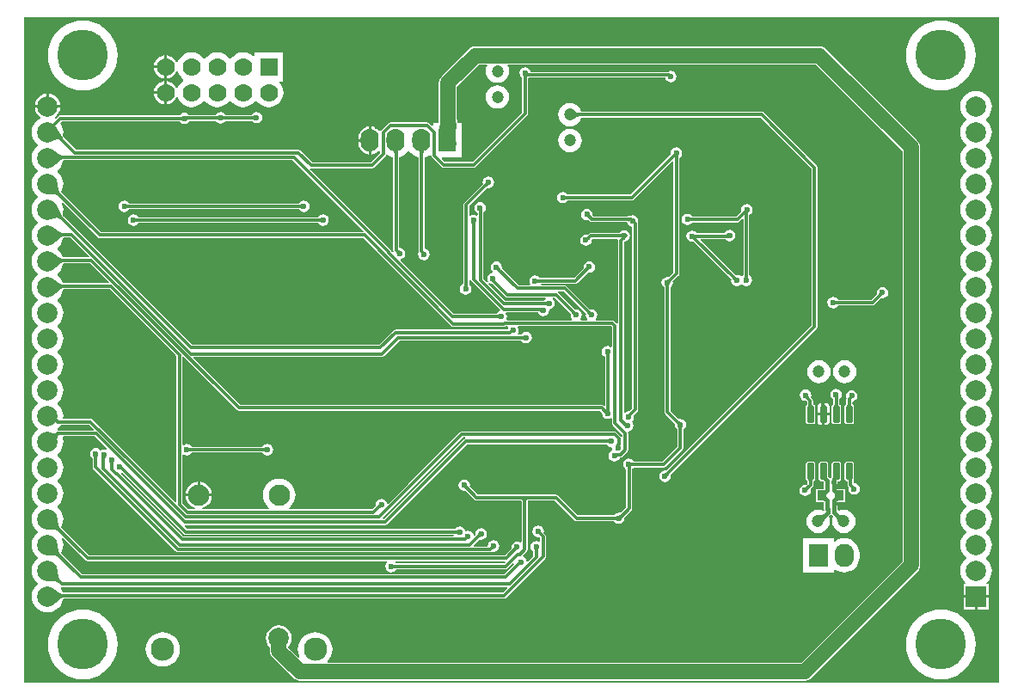
<source format=gbl>
G04*
G04 #@! TF.GenerationSoftware,Altium Limited,Altium Designer,20.2.6 (244)*
G04*
G04 Layer_Physical_Order=2*
G04 Layer_Color=16711680*
%FSLAX25Y25*%
%MOIN*%
G70*
G04*
G04 #@! TF.SameCoordinates,CD3EE1CD-C2C2-42AE-8C08-74B820A2CE99*
G04*
G04*
G04 #@! TF.FilePolarity,Positive*
G04*
G01*
G75*
%ADD16C,0.01200*%
%ADD26R,0.03543X0.03937*%
%ADD94C,0.08268*%
%ADD99C,0.01201*%
%ADD101C,0.05906*%
%ADD102C,0.01500*%
%ADD103O,0.07000X0.09000*%
%ADD104R,0.07000X0.09000*%
%ADD105C,0.07000*%
%ADD106R,0.07000X0.07000*%
%ADD107C,0.04724*%
%ADD108C,0.19685*%
%ADD109R,0.07500X0.09000*%
%ADD110O,0.07500X0.09000*%
%ADD111C,0.07874*%
%ADD112R,0.07874X0.07874*%
%ADD113C,0.09055*%
%ADD114C,0.02362*%
G04:AMPARAMS|DCode=115|XSize=25.59mil|YSize=64.96mil|CornerRadius=1.92mil|HoleSize=0mil|Usage=FLASHONLY|Rotation=180.000|XOffset=0mil|YOffset=0mil|HoleType=Round|Shape=RoundedRectangle|*
%AMROUNDEDRECTD115*
21,1,0.02559,0.06112,0,0,180.0*
21,1,0.02175,0.06496,0,0,180.0*
1,1,0.00384,-0.01088,0.03056*
1,1,0.00384,0.01088,0.03056*
1,1,0.00384,0.01088,-0.03056*
1,1,0.00384,-0.01088,-0.03056*
%
%ADD115ROUNDEDRECTD115*%
G36*
X379057Y1020D02*
X1020D01*
Y259035D01*
X379057D01*
Y1020D01*
D02*
G37*
%LPC*%
G36*
X85750Y245324D02*
X84281Y245131D01*
X82913Y244564D01*
X81738Y243663D01*
X81063Y242784D01*
X80437D01*
X79763Y243663D01*
X78587Y244564D01*
X77219Y245131D01*
X75750Y245324D01*
X74281Y245131D01*
X72913Y244564D01*
X71737Y243663D01*
X71063Y242784D01*
X70437D01*
X69762Y243663D01*
X68587Y244564D01*
X67219Y245131D01*
X65750Y245324D01*
X64281Y245131D01*
X62913Y244564D01*
X61738Y243663D01*
X60836Y242487D01*
X60411Y241462D01*
X59870D01*
X59681Y241919D01*
X58959Y242859D01*
X58019Y243581D01*
X56925Y244034D01*
X56250Y244123D01*
Y239650D01*
Y235177D01*
X56925Y235266D01*
X58019Y235719D01*
X58959Y236441D01*
X59681Y237381D01*
X59870Y237838D01*
X60411D01*
X60836Y236813D01*
X61738Y235637D01*
X62616Y234963D01*
Y234337D01*
X61738Y233663D01*
X60836Y232487D01*
X60411Y231463D01*
X59870D01*
X59681Y231919D01*
X58959Y232859D01*
X58019Y233581D01*
X56925Y234034D01*
X56250Y234123D01*
Y229650D01*
Y225177D01*
X56925Y225266D01*
X58019Y225719D01*
X58959Y226441D01*
X59681Y227381D01*
X59870Y227837D01*
X60411D01*
X60836Y226813D01*
X61738Y225638D01*
X62913Y224736D01*
X64281Y224169D01*
X65750Y223975D01*
X67219Y224169D01*
X68587Y224736D01*
X69762Y225638D01*
X70437Y226516D01*
X71063D01*
X71737Y225638D01*
X72913Y224736D01*
X74281Y224169D01*
X75750Y223975D01*
X77219Y224169D01*
X78587Y224736D01*
X79763Y225638D01*
X80437Y226516D01*
X81063D01*
X81738Y225638D01*
X82913Y224736D01*
X84281Y224169D01*
X85750Y223975D01*
X87219Y224169D01*
X88587Y224736D01*
X89763Y225638D01*
X90437Y226516D01*
X91063D01*
X91738Y225638D01*
X92913Y224736D01*
X94281Y224169D01*
X95750Y223975D01*
X97219Y224169D01*
X98587Y224736D01*
X99762Y225638D01*
X100664Y226813D01*
X101231Y228181D01*
X101425Y229650D01*
X101231Y231119D01*
X100664Y232487D01*
X99869Y233524D01*
X100060Y234024D01*
X101376D01*
Y245276D01*
X90124D01*
Y243960D01*
X89624Y243769D01*
X88587Y244564D01*
X87219Y245131D01*
X85750Y245324D01*
D02*
G37*
G36*
X55250Y244123D02*
X54575Y244034D01*
X53481Y243581D01*
X52541Y242859D01*
X51819Y241919D01*
X51366Y240825D01*
X51277Y240150D01*
X55250D01*
Y244123D01*
D02*
G37*
G36*
Y239150D02*
X51277D01*
X51366Y238475D01*
X51819Y237381D01*
X52541Y236441D01*
X53481Y235719D01*
X54575Y235266D01*
X55250Y235177D01*
Y239150D01*
D02*
G37*
G36*
X356299Y257636D02*
X354181Y257470D01*
X352115Y256974D01*
X350151Y256160D01*
X348340Y255050D01*
X346724Y253670D01*
X345344Y252054D01*
X344233Y250242D01*
X343420Y248279D01*
X342924Y246213D01*
X342758Y244094D01*
X342924Y241976D01*
X343420Y239910D01*
X344233Y237947D01*
X345344Y236135D01*
X346724Y234519D01*
X348340Y233139D01*
X350151Y232029D01*
X352115Y231216D01*
X354181Y230719D01*
X356299Y230553D01*
X358418Y230719D01*
X360484Y231216D01*
X362447Y232029D01*
X364259Y233139D01*
X365875Y234519D01*
X367255Y236135D01*
X368365Y237947D01*
X369178Y239910D01*
X369674Y241976D01*
X369841Y244094D01*
X369674Y246213D01*
X369178Y248279D01*
X368365Y250242D01*
X367255Y252054D01*
X365875Y253670D01*
X364259Y255050D01*
X362447Y256160D01*
X360484Y256974D01*
X358418Y257470D01*
X356299Y257636D01*
D02*
G37*
G36*
X23622D02*
X21504Y257470D01*
X19437Y256974D01*
X17474Y256160D01*
X15662Y255050D01*
X14047Y253670D01*
X12666Y252054D01*
X11556Y250242D01*
X10743Y248279D01*
X10247Y246213D01*
X10080Y244094D01*
X10247Y241976D01*
X10743Y239910D01*
X11556Y237947D01*
X12666Y236135D01*
X14047Y234519D01*
X15662Y233139D01*
X17474Y232029D01*
X19437Y231216D01*
X21504Y230719D01*
X23622Y230553D01*
X25740Y230719D01*
X27807Y231216D01*
X29770Y232029D01*
X31582Y233139D01*
X33198Y234519D01*
X34578Y236135D01*
X35688Y237947D01*
X36501Y239910D01*
X36997Y241976D01*
X37164Y244094D01*
X36997Y246213D01*
X36501Y248279D01*
X35688Y250242D01*
X34578Y252054D01*
X33198Y253670D01*
X31582Y255050D01*
X29770Y256160D01*
X27807Y256974D01*
X25740Y257470D01*
X23622Y257636D01*
D02*
G37*
G36*
X55250Y234123D02*
X54575Y234034D01*
X53481Y233581D01*
X52541Y232859D01*
X51819Y231919D01*
X51366Y230825D01*
X51277Y230150D01*
X55250D01*
Y234123D01*
D02*
G37*
G36*
Y229150D02*
X51277D01*
X51366Y228475D01*
X51819Y227381D01*
X52541Y226441D01*
X53481Y225719D01*
X54575Y225266D01*
X55250Y225177D01*
Y229150D01*
D02*
G37*
G36*
X10512Y229174D02*
Y224760D01*
X14926D01*
X14822Y225549D01*
X14325Y226750D01*
X13533Y227781D01*
X12502Y228573D01*
X11301Y229070D01*
X10512Y229174D01*
D02*
G37*
G36*
X9512D02*
X8724Y229070D01*
X7523Y228573D01*
X6491Y227781D01*
X5700Y226750D01*
X5203Y225549D01*
X5099Y224760D01*
X9512D01*
Y229174D01*
D02*
G37*
G36*
X184400Y232477D02*
X183228Y232323D01*
X182136Y231870D01*
X181199Y231151D01*
X180480Y230213D01*
X180027Y229122D01*
X179873Y227950D01*
X180027Y226778D01*
X180480Y225687D01*
X181199Y224749D01*
X182136Y224030D01*
X183228Y223577D01*
X184400Y223423D01*
X185572Y223577D01*
X186663Y224030D01*
X187601Y224749D01*
X188320Y225687D01*
X188773Y226778D01*
X188927Y227950D01*
X188773Y229122D01*
X188320Y230213D01*
X187601Y231151D01*
X186663Y231870D01*
X185572Y232323D01*
X184400Y232477D01*
D02*
G37*
G36*
X134550Y216603D02*
X133875Y216514D01*
X132781Y216061D01*
X131841Y215339D01*
X131119Y214399D01*
X130666Y213305D01*
X130511Y212130D01*
Y211630D01*
X134550D01*
Y216603D01*
D02*
G37*
G36*
X212550Y215620D02*
X211378Y215466D01*
X210286Y215013D01*
X209349Y214294D01*
X208630Y213356D01*
X208177Y212265D01*
X208023Y211093D01*
X208177Y209921D01*
X208630Y208829D01*
X209349Y207892D01*
X210286Y207172D01*
X211378Y206720D01*
X212550Y206566D01*
X213722Y206720D01*
X214813Y207172D01*
X215751Y207892D01*
X216470Y208829D01*
X216923Y209921D01*
X217077Y211093D01*
X216923Y212265D01*
X216470Y213356D01*
X215751Y214294D01*
X214813Y215013D01*
X213722Y215466D01*
X212550Y215620D01*
D02*
G37*
G36*
X134550Y210630D02*
X130511D01*
Y210130D01*
X130666Y208955D01*
X131119Y207860D01*
X131841Y206921D01*
X132781Y206199D01*
X133875Y205746D01*
X134550Y205657D01*
Y210630D01*
D02*
G37*
G36*
X281095Y186419D02*
X280244Y186249D01*
X279522Y185767D01*
X279041Y185046D01*
X278871Y184195D01*
X278977Y183664D01*
X276940Y181627D01*
X259959D01*
X259658Y182078D01*
X258936Y182560D01*
X258085Y182729D01*
X257234Y182560D01*
X256512Y182078D01*
X256031Y181356D01*
X255861Y180505D01*
X256031Y179654D01*
X256512Y178932D01*
X257234Y178451D01*
X258085Y178281D01*
X258936Y178451D01*
X259658Y178932D01*
X259959Y179383D01*
X277405D01*
X277834Y179469D01*
X278198Y179712D01*
X279346Y180859D01*
X279808Y180668D01*
Y158820D01*
X279333Y158503D01*
X279171Y158414D01*
X278791D01*
X278069Y158896D01*
X277218Y159066D01*
X276595Y158942D01*
X263121Y172416D01*
X263312Y172878D01*
X272767D01*
X272878Y172713D01*
X273599Y172230D01*
X274450Y172061D01*
X275301Y172230D01*
X276023Y172713D01*
X276505Y173434D01*
X276674Y174285D01*
X276505Y175136D01*
X276023Y175857D01*
X275301Y176340D01*
X274450Y176509D01*
X273599Y176340D01*
X272878Y175857D01*
X272395Y175136D01*
X272393Y175122D01*
X261824D01*
X261523Y175573D01*
X260801Y176055D01*
X259950Y176224D01*
X259099Y176055D01*
X258378Y175573D01*
X257895Y174851D01*
X257726Y174000D01*
X257895Y173149D01*
X258378Y172427D01*
X259099Y171946D01*
X259950Y171776D01*
X260481Y171882D01*
X275082Y157281D01*
X274994Y156842D01*
X275164Y155991D01*
X275646Y155269D01*
X276367Y154787D01*
X277218Y154618D01*
X278069Y154787D01*
X278775Y155259D01*
X278937Y155348D01*
X279317D01*
X280039Y154866D01*
X280890Y154696D01*
X281741Y154866D01*
X282463Y155348D01*
X282944Y156069D01*
X283114Y156920D01*
X282944Y157771D01*
X282463Y158493D01*
X282052Y158767D01*
Y182211D01*
X282667Y182623D01*
X283150Y183344D01*
X283319Y184195D01*
X283150Y185046D01*
X282667Y185767D01*
X281946Y186249D01*
X281095Y186419D01*
D02*
G37*
G36*
X333695Y154349D02*
X332844Y154180D01*
X332122Y153698D01*
X331641Y152976D01*
X331471Y152125D01*
X331567Y151644D01*
X329300Y149377D01*
X316463D01*
X316162Y149828D01*
X315441Y150310D01*
X314590Y150479D01*
X313739Y150310D01*
X313018Y149828D01*
X312535Y149106D01*
X312366Y148255D01*
X312535Y147404D01*
X313018Y146683D01*
X313739Y146201D01*
X314590Y146031D01*
X315441Y146201D01*
X316162Y146683D01*
X316463Y147133D01*
X329765D01*
X330194Y147219D01*
X330558Y147462D01*
X333114Y150017D01*
X333695Y149901D01*
X334546Y150071D01*
X335267Y150552D01*
X335750Y151274D01*
X335919Y152125D01*
X335750Y152976D01*
X335267Y153698D01*
X334546Y154180D01*
X333695Y154349D01*
D02*
G37*
G36*
X319040Y125992D02*
X317868Y125838D01*
X316776Y125385D01*
X315839Y124666D01*
X315120Y123729D01*
X314667Y122637D01*
X314513Y121465D01*
X314667Y120293D01*
X315120Y119202D01*
X315839Y118264D01*
X316776Y117545D01*
X317868Y117092D01*
X319040Y116938D01*
X320212Y117092D01*
X321304Y117545D01*
X322241Y118264D01*
X322960Y119202D01*
X323413Y120293D01*
X323567Y121465D01*
X323413Y122637D01*
X322960Y123729D01*
X322241Y124666D01*
X321304Y125385D01*
X320212Y125838D01*
X319040Y125992D01*
D02*
G37*
G36*
X309040D02*
X307868Y125838D01*
X306776Y125385D01*
X305839Y124666D01*
X305120Y123729D01*
X304667Y122637D01*
X304513Y121465D01*
X304667Y120293D01*
X305120Y119202D01*
X305839Y118264D01*
X306776Y117545D01*
X307868Y117092D01*
X309040Y116938D01*
X310212Y117092D01*
X311303Y117545D01*
X312241Y118264D01*
X312960Y119202D01*
X313413Y120293D01*
X313567Y121465D01*
X313413Y122637D01*
X312960Y123729D01*
X312241Y124666D01*
X311303Y125385D01*
X310212Y125838D01*
X309040Y125992D01*
D02*
G37*
G36*
X311907Y109293D02*
X311320D01*
Y109224D01*
X311336Y109032D01*
X311366Y108849D01*
X311408Y108691D01*
X311461Y108557D01*
X311527Y108448D01*
X311604Y108364D01*
X311693Y108305D01*
X311795Y108270D01*
X311908Y108260D01*
X311320Y108249D01*
Y105522D01*
X313123D01*
Y108078D01*
X313030Y108543D01*
X312767Y108938D01*
X312372Y109201D01*
X311907Y109293D01*
D02*
G37*
G36*
X310108D02*
X309732D01*
X309267Y109201D01*
X308873Y108938D01*
X308609Y108543D01*
X308517Y108078D01*
Y105522D01*
X310320D01*
Y108230D01*
X309594Y108216D01*
X309693Y108267D01*
X309781Y108335D01*
X309859Y108419D01*
X309926Y108520D01*
X309983Y108637D01*
X310030Y108771D01*
X310066Y108922D01*
X310092Y109089D01*
X310107Y109273D01*
X310108Y109293D01*
D02*
G37*
G36*
X321750Y114359D02*
X320899Y114190D01*
X320178Y113707D01*
X319695Y112986D01*
X319526Y112135D01*
X319695Y111284D01*
X319758Y111190D01*
X319698Y110890D01*
X319698Y110890D01*
Y109530D01*
X319679Y109486D01*
X319673Y109263D01*
X319658Y109085D01*
X319636Y108941D01*
X319608Y108833D01*
X319581Y108764D01*
X319576Y108754D01*
X319565Y108753D01*
X319556Y108749D01*
X319462Y108730D01*
X319302Y108623D01*
X319242Y108598D01*
X319232Y108576D01*
X319227Y108567D01*
X319202Y108553D01*
X319190Y108512D01*
X319080Y108348D01*
X319027Y108078D01*
Y101966D01*
X319080Y101696D01*
X319233Y101467D01*
X319462Y101314D01*
X319732Y101260D01*
X321907D01*
X322177Y101314D01*
X322406Y101467D01*
X322559Y101696D01*
X322613Y101966D01*
Y108078D01*
X322559Y108348D01*
X322450Y108512D01*
X322438Y108553D01*
X322413Y108567D01*
X322407Y108576D01*
X322398Y108598D01*
X322337Y108623D01*
X322177Y108730D01*
X322083Y108749D01*
X322075Y108753D01*
X322064Y108754D01*
X322058Y108764D01*
X322031Y108833D01*
X322004Y108941D01*
X321981Y109085D01*
X321966Y109263D01*
X321961Y109486D01*
X322131Y109987D01*
X322601Y110080D01*
X323323Y110563D01*
X323805Y111284D01*
X323974Y112135D01*
X323805Y112986D01*
X323323Y113707D01*
X322601Y114190D01*
X321750Y114359D01*
D02*
G37*
G36*
X315700Y114879D02*
X314849Y114709D01*
X314127Y114227D01*
X313645Y113506D01*
X313476Y112655D01*
X313645Y111804D01*
X314127Y111082D01*
X314638Y110741D01*
Y109533D01*
X314618Y109489D01*
X314613Y109310D01*
X314600Y109167D01*
X314579Y109046D01*
X314553Y108947D01*
X314524Y108871D01*
X314495Y108815D01*
X314468Y108777D01*
X314442Y108751D01*
X314417Y108733D01*
X314349Y108698D01*
X314290Y108630D01*
X314208Y108595D01*
X314161Y108478D01*
X314080Y108383D01*
X314082Y108351D01*
X314080Y108348D01*
X314027Y108078D01*
Y101966D01*
X314080Y101696D01*
X314233Y101467D01*
X314462Y101314D01*
X314732Y101260D01*
X316907D01*
X317177Y101314D01*
X317406Y101467D01*
X317559Y101696D01*
X317613Y101966D01*
Y108078D01*
X317559Y108348D01*
X317406Y108577D01*
X317336Y108624D01*
X317335Y108626D01*
X317329Y108629D01*
X317177Y108730D01*
X317054Y108754D01*
X317010Y108778D01*
X317000Y108779D01*
X316997Y108784D01*
X316971Y108849D01*
X316944Y108953D01*
X316922Y109093D01*
X316907Y109268D01*
X316901Y109487D01*
X316882Y109531D01*
Y110821D01*
X317272Y111082D01*
X317755Y111804D01*
X317924Y112655D01*
X317755Y113506D01*
X317272Y114227D01*
X316551Y114709D01*
X315700Y114879D01*
D02*
G37*
G36*
X303870Y114574D02*
X303019Y114404D01*
X302297Y113923D01*
X301816Y113201D01*
X301646Y112350D01*
X301816Y111499D01*
X302297Y110777D01*
X303019Y110295D01*
X303870Y110126D01*
X304140Y110180D01*
X304573Y109746D01*
Y109530D01*
X304554Y109486D01*
X304549Y109300D01*
X304537Y109149D01*
X304518Y109020D01*
X304494Y108916D01*
X304467Y108836D01*
X304440Y108780D01*
X304419Y108746D01*
X304403Y108729D01*
X304394Y108722D01*
X304343Y108695D01*
X304286Y108627D01*
X304204Y108591D01*
X304158Y108474D01*
X304078Y108377D01*
X304080Y108348D01*
X304080Y108348D01*
X304027Y108078D01*
Y101966D01*
X304080Y101696D01*
X304233Y101467D01*
X304462Y101314D01*
X304732Y101260D01*
X306907D01*
X307177Y101314D01*
X307406Y101467D01*
X307559Y101696D01*
X307613Y101966D01*
Y108078D01*
X307559Y108348D01*
X307406Y108577D01*
X307177Y108730D01*
X307015Y108762D01*
X306942Y108800D01*
X306931Y108801D01*
X306930Y108801D01*
X306905Y108863D01*
X306879Y108963D01*
X306856Y109100D01*
X306842Y109271D01*
X306836Y109487D01*
X306817Y109531D01*
Y110211D01*
X306817Y110211D01*
X306731Y110640D01*
X306488Y111004D01*
X305936Y111556D01*
X306094Y112350D01*
X305925Y113201D01*
X305443Y113923D01*
X304721Y114404D01*
X303870Y114574D01*
D02*
G37*
G36*
X313123Y104522D02*
X311320D01*
Y100751D01*
X311907D01*
X312372Y100843D01*
X312767Y101107D01*
X313030Y101501D01*
X313123Y101966D01*
Y104522D01*
D02*
G37*
G36*
X310320D02*
X308517D01*
Y101966D01*
X308609Y101501D01*
X308873Y101107D01*
X309267Y100843D01*
X309732Y100751D01*
X310320D01*
Y104522D01*
D02*
G37*
G36*
X212550Y225620D02*
X211378Y225466D01*
X210286Y225013D01*
X209349Y224294D01*
X208630Y223356D01*
X208177Y222265D01*
X208023Y221093D01*
X208177Y219921D01*
X208630Y218829D01*
X209349Y217892D01*
X210286Y217173D01*
X211378Y216720D01*
X212550Y216566D01*
X213722Y216720D01*
X214813Y217173D01*
X215751Y217892D01*
X216470Y218829D01*
X216923Y219921D01*
X216929Y219971D01*
X286492D01*
X306228Y200235D01*
Y139419D01*
X249879Y83070D01*
X249348Y83176D01*
X248497Y83007D01*
X247775Y82525D01*
X247293Y81803D01*
X247124Y80952D01*
X247293Y80101D01*
X247775Y79380D01*
X248497Y78898D01*
X249348Y78728D01*
X250199Y78898D01*
X250920Y79380D01*
X251402Y80101D01*
X251572Y80952D01*
X251466Y81484D01*
X308143Y138161D01*
X308386Y138525D01*
X308472Y138954D01*
Y200700D01*
X308386Y201129D01*
X308143Y201493D01*
X287750Y221886D01*
X287386Y222130D01*
X286957Y222215D01*
X216929D01*
X216923Y222265D01*
X216470Y223356D01*
X215751Y224294D01*
X214813Y225013D01*
X213722Y225466D01*
X212550Y225620D01*
D02*
G37*
G36*
X316907Y86540D02*
X314732D01*
X314462Y86486D01*
X314233Y86333D01*
X314080Y86104D01*
X314027Y85834D01*
Y80819D01*
X313884Y80676D01*
X313692Y80389D01*
X313417Y80311D01*
X313287Y80301D01*
X313109Y80322D01*
X312613Y80819D01*
Y85834D01*
X312559Y86104D01*
X312406Y86333D01*
X312177Y86486D01*
X311907Y86540D01*
X309732D01*
X309462Y86486D01*
X309233Y86333D01*
X309080Y86104D01*
X309027Y85834D01*
Y79722D01*
X309080Y79452D01*
X309233Y79223D01*
X309462Y79070D01*
X309732Y79016D01*
X310810D01*
X311011Y78816D01*
Y76155D01*
X310854Y75999D01*
X307917D01*
Y71061D01*
X310854D01*
X311011Y70905D01*
Y68276D01*
X311099Y67831D01*
X310990Y67676D01*
X310796Y67492D01*
X310700Y67455D01*
X309897Y67788D01*
X308725Y67942D01*
X307553Y67788D01*
X306462Y67335D01*
X305524Y66616D01*
X304805Y65679D01*
X304352Y64587D01*
X304198Y63415D01*
X304352Y62243D01*
X304805Y61151D01*
X305524Y60214D01*
X306462Y59495D01*
X307553Y59042D01*
X308725Y58888D01*
X309897Y59042D01*
X310988Y59495D01*
X311926Y60214D01*
X312645Y61151D01*
X313098Y62243D01*
X313252Y63415D01*
X313098Y64587D01*
X312782Y65348D01*
X313376Y65942D01*
X313424Y66014D01*
X314026D01*
X314074Y65942D01*
X314668Y65348D01*
X314352Y64587D01*
X314198Y63415D01*
X314352Y62243D01*
X314805Y61151D01*
X315524Y60214D01*
X316461Y59495D01*
X317553Y59042D01*
X318725Y58888D01*
X319897Y59042D01*
X320988Y59495D01*
X321926Y60214D01*
X322645Y61151D01*
X323098Y62243D01*
X323252Y63415D01*
X323098Y64587D01*
X322645Y65679D01*
X321926Y66616D01*
X320988Y67335D01*
X319897Y67788D01*
X318725Y67942D01*
X317553Y67788D01*
X316750Y67455D01*
X316249Y67777D01*
Y69121D01*
X316153Y69609D01*
X316059Y69748D01*
Y70905D01*
X316216Y71061D01*
X319153D01*
Y75999D01*
X316216D01*
X316059Y76155D01*
Y77976D01*
X316076Y78014D01*
X316083Y78299D01*
X316103Y78531D01*
X316133Y78720D01*
X316170Y78863D01*
X316208Y78956D01*
X316233Y78997D01*
X316289Y78998D01*
X316333Y79016D01*
X316907D01*
X317177Y79070D01*
X317406Y79223D01*
X317559Y79452D01*
X317613Y79722D01*
Y85834D01*
X317559Y86104D01*
X317406Y86333D01*
X317177Y86486D01*
X316907Y86540D01*
D02*
G37*
G36*
X306907D02*
X304732D01*
X304462Y86486D01*
X304233Y86333D01*
X304080Y86104D01*
X304027Y85834D01*
Y79722D01*
X304080Y79452D01*
X304190Y79288D01*
X304202Y79247D01*
X304227Y79233D01*
X304232Y79224D01*
X304242Y79202D01*
X304302Y79177D01*
X304462Y79070D01*
X304556Y79051D01*
X304564Y79047D01*
X304576Y79046D01*
X304581Y79036D01*
X304608Y78967D01*
X304636Y78859D01*
X304658Y78715D01*
X304673Y78537D01*
X304679Y78314D01*
X304698Y78270D01*
Y78041D01*
X304238Y77581D01*
X303720Y77684D01*
X302869Y77514D01*
X302148Y77033D01*
X301665Y76311D01*
X301496Y75460D01*
X301665Y74609D01*
X302148Y73887D01*
X302869Y73405D01*
X303720Y73236D01*
X304571Y73405D01*
X305293Y73887D01*
X305774Y74609D01*
X305944Y75460D01*
X305835Y76006D01*
X306613Y76783D01*
X306613Y76783D01*
X306856Y77147D01*
X306941Y77576D01*
Y78270D01*
X306961Y78314D01*
X306966Y78537D01*
X306981Y78715D01*
X307004Y78859D01*
X307031Y78967D01*
X307058Y79036D01*
X307064Y79046D01*
X307075Y79047D01*
X307083Y79051D01*
X307177Y79070D01*
X307337Y79177D01*
X307398Y79202D01*
X307407Y79224D01*
X307413Y79233D01*
X307438Y79247D01*
X307450Y79288D01*
X307559Y79452D01*
X307613Y79722D01*
Y85834D01*
X307559Y86104D01*
X307406Y86333D01*
X307177Y86486D01*
X306907Y86540D01*
D02*
G37*
G36*
X321907D02*
X319732D01*
X319462Y86486D01*
X319233Y86333D01*
X319080Y86104D01*
X319027Y85834D01*
Y79722D01*
X319080Y79452D01*
X319233Y79223D01*
X319462Y79070D01*
X319732Y79016D01*
X320042D01*
X320074Y79000D01*
X320085Y78999D01*
X320109Y78938D01*
X320136Y78838D01*
X320158Y78701D01*
X320173Y78530D01*
X320179Y78313D01*
X320198Y78269D01*
Y77730D01*
X320198Y77730D01*
X320283Y77301D01*
X320527Y76937D01*
X320644Y76819D01*
X320486Y76025D01*
X320655Y75174D01*
X321137Y74453D01*
X321859Y73971D01*
X322710Y73801D01*
X323561Y73971D01*
X324283Y74453D01*
X324765Y75174D01*
X324934Y76025D01*
X324765Y76876D01*
X324283Y77597D01*
X323561Y78079D01*
X322921Y78207D01*
X322703Y78261D01*
X322468Y78711D01*
X322472Y78926D01*
X322490Y79194D01*
X322500Y79278D01*
X322509Y79328D01*
X322510Y79330D01*
X322510Y79332D01*
X322521Y79373D01*
X322519Y79392D01*
X322559Y79452D01*
X322577Y79542D01*
X322586Y79561D01*
X322583Y79570D01*
X322613Y79722D01*
Y85834D01*
X322559Y86104D01*
X322406Y86333D01*
X322177Y86486D01*
X321907Y86540D01*
D02*
G37*
G36*
X318865Y56954D02*
X317713Y56841D01*
X316605Y56505D01*
X315585Y55959D01*
X315193Y55638D01*
X314741Y55852D01*
Y56926D01*
X302989D01*
Y43674D01*
X314741D01*
Y44748D01*
X315193Y44962D01*
X315585Y44641D01*
X316605Y44095D01*
X317713Y43759D01*
X318865Y43646D01*
X320017Y43759D01*
X321125Y44095D01*
X322145Y44641D01*
X323040Y45375D01*
X323774Y46270D01*
X324320Y47291D01*
X324656Y48398D01*
X324769Y49550D01*
Y51050D01*
X324656Y52202D01*
X324320Y53310D01*
X323774Y54330D01*
X323040Y55225D01*
X322145Y55959D01*
X321125Y56505D01*
X320017Y56841D01*
X318865Y56954D01*
D02*
G37*
G36*
X370012Y230352D02*
X368824Y230235D01*
X367681Y229889D01*
X366628Y229326D01*
X365704Y228568D01*
X364947Y227645D01*
X364384Y226591D01*
X364037Y225448D01*
X363920Y224260D01*
X364037Y223072D01*
X364384Y221929D01*
X364947Y220875D01*
X365704Y219952D01*
X366243Y219510D01*
Y219010D01*
X365704Y218568D01*
X364947Y217645D01*
X364384Y216591D01*
X364037Y215448D01*
X363920Y214260D01*
X364037Y213071D01*
X364384Y211929D01*
X364947Y210875D01*
X365704Y209952D01*
X366243Y209510D01*
Y209010D01*
X365704Y208568D01*
X364947Y207645D01*
X364384Y206591D01*
X364037Y205449D01*
X363920Y204260D01*
X364037Y203071D01*
X364384Y201929D01*
X364947Y200875D01*
X365704Y199952D01*
X366243Y199510D01*
Y199010D01*
X365704Y198568D01*
X364947Y197645D01*
X364384Y196591D01*
X364037Y195449D01*
X363920Y194260D01*
X364037Y193071D01*
X364384Y191929D01*
X364947Y190875D01*
X365704Y189952D01*
X366243Y189510D01*
Y189010D01*
X365704Y188568D01*
X364947Y187645D01*
X364384Y186591D01*
X364037Y185449D01*
X363920Y184260D01*
X364037Y183071D01*
X364384Y181929D01*
X364947Y180875D01*
X365704Y179952D01*
X366243Y179510D01*
Y179010D01*
X365704Y178568D01*
X364947Y177645D01*
X364384Y176591D01*
X364037Y175449D01*
X363920Y174260D01*
X364037Y173072D01*
X364384Y171929D01*
X364947Y170875D01*
X365704Y169952D01*
X366243Y169510D01*
Y169010D01*
X365704Y168568D01*
X364947Y167645D01*
X364384Y166591D01*
X364037Y165449D01*
X363920Y164260D01*
X364037Y163072D01*
X364384Y161929D01*
X364947Y160875D01*
X365704Y159952D01*
X366243Y159510D01*
Y159010D01*
X365704Y158568D01*
X364947Y157645D01*
X364384Y156591D01*
X364037Y155449D01*
X363920Y154260D01*
X364037Y153071D01*
X364384Y151929D01*
X364947Y150875D01*
X365704Y149952D01*
X366243Y149510D01*
Y149010D01*
X365704Y148568D01*
X364947Y147645D01*
X364384Y146591D01*
X364037Y145449D01*
X363920Y144260D01*
X364037Y143071D01*
X364384Y141929D01*
X364947Y140875D01*
X365704Y139952D01*
X366243Y139510D01*
Y139010D01*
X365704Y138568D01*
X364947Y137645D01*
X364384Y136591D01*
X364037Y135449D01*
X363920Y134260D01*
X364037Y133071D01*
X364384Y131929D01*
X364947Y130875D01*
X365704Y129952D01*
X366243Y129510D01*
Y129010D01*
X365704Y128568D01*
X364947Y127645D01*
X364384Y126591D01*
X364037Y125449D01*
X363920Y124260D01*
X364037Y123072D01*
X364384Y121929D01*
X364947Y120875D01*
X365704Y119952D01*
X366243Y119510D01*
Y119010D01*
X365704Y118568D01*
X364947Y117645D01*
X364384Y116591D01*
X364037Y115449D01*
X363920Y114260D01*
X364037Y113072D01*
X364384Y111929D01*
X364947Y110875D01*
X365704Y109952D01*
X366243Y109510D01*
Y109010D01*
X365704Y108568D01*
X364947Y107645D01*
X364384Y106591D01*
X364037Y105449D01*
X363920Y104260D01*
X364037Y103071D01*
X364384Y101929D01*
X364947Y100875D01*
X365704Y99952D01*
X366243Y99510D01*
Y99010D01*
X365704Y98568D01*
X364947Y97645D01*
X364384Y96591D01*
X364037Y95449D01*
X363920Y94260D01*
X364037Y93072D01*
X364384Y91929D01*
X364947Y90875D01*
X365704Y89952D01*
X366243Y89510D01*
Y89010D01*
X365704Y88568D01*
X364947Y87645D01*
X364384Y86591D01*
X364037Y85449D01*
X363920Y84260D01*
X364037Y83072D01*
X364384Y81929D01*
X364947Y80875D01*
X365704Y79952D01*
X366243Y79510D01*
Y79010D01*
X365704Y78568D01*
X364947Y77645D01*
X364384Y76591D01*
X364037Y75449D01*
X363920Y74260D01*
X364037Y73071D01*
X364384Y71929D01*
X364947Y70875D01*
X365704Y69952D01*
X366243Y69510D01*
Y69010D01*
X365704Y68568D01*
X364947Y67645D01*
X364384Y66591D01*
X364037Y65449D01*
X363920Y64260D01*
X364037Y63072D01*
X364384Y61929D01*
X364947Y60875D01*
X365704Y59952D01*
X366243Y59510D01*
Y59010D01*
X365704Y58568D01*
X364947Y57645D01*
X364384Y56591D01*
X364037Y55449D01*
X363920Y54260D01*
X364037Y53071D01*
X364384Y51929D01*
X364947Y50875D01*
X365704Y49952D01*
X366243Y49510D01*
Y49010D01*
X365704Y48568D01*
X364947Y47645D01*
X364384Y46591D01*
X364037Y45449D01*
X363920Y44260D01*
X364037Y43071D01*
X364384Y41929D01*
X364947Y40875D01*
X365704Y39952D01*
X366051Y39668D01*
X365882Y39197D01*
X365075D01*
Y34760D01*
X370012D01*
X374949D01*
Y39197D01*
X374142D01*
X373974Y39668D01*
X374320Y39952D01*
X375078Y40875D01*
X375641Y41929D01*
X375988Y43071D01*
X376105Y44260D01*
X375988Y45449D01*
X375641Y46591D01*
X375078Y47645D01*
X374320Y48568D01*
X373782Y49010D01*
Y49510D01*
X374320Y49952D01*
X375078Y50875D01*
X375641Y51929D01*
X375988Y53071D01*
X376105Y54260D01*
X375988Y55449D01*
X375641Y56591D01*
X375078Y57645D01*
X374320Y58568D01*
X373782Y59010D01*
Y59510D01*
X374320Y59952D01*
X375078Y60875D01*
X375641Y61929D01*
X375988Y63072D01*
X376105Y64260D01*
X375988Y65449D01*
X375641Y66591D01*
X375078Y67645D01*
X374320Y68568D01*
X373782Y69010D01*
Y69510D01*
X374320Y69952D01*
X375078Y70875D01*
X375641Y71929D01*
X375988Y73071D01*
X376105Y74260D01*
X375988Y75449D01*
X375641Y76591D01*
X375078Y77645D01*
X374320Y78568D01*
X373782Y79010D01*
Y79510D01*
X374320Y79952D01*
X375078Y80875D01*
X375641Y81929D01*
X375988Y83072D01*
X376105Y84260D01*
X375988Y85449D01*
X375641Y86591D01*
X375078Y87645D01*
X374320Y88568D01*
X373782Y89010D01*
Y89510D01*
X374320Y89952D01*
X375078Y90875D01*
X375641Y91929D01*
X375988Y93072D01*
X376105Y94260D01*
X375988Y95449D01*
X375641Y96591D01*
X375078Y97645D01*
X374320Y98568D01*
X373782Y99010D01*
Y99510D01*
X374320Y99952D01*
X375078Y100875D01*
X375641Y101929D01*
X375988Y103071D01*
X376105Y104260D01*
X375988Y105449D01*
X375641Y106591D01*
X375078Y107645D01*
X374320Y108568D01*
X373782Y109010D01*
Y109510D01*
X374320Y109952D01*
X375078Y110875D01*
X375641Y111929D01*
X375988Y113072D01*
X376105Y114260D01*
X375988Y115449D01*
X375641Y116591D01*
X375078Y117645D01*
X374320Y118568D01*
X373782Y119010D01*
Y119510D01*
X374320Y119952D01*
X375078Y120875D01*
X375641Y121929D01*
X375988Y123072D01*
X376105Y124260D01*
X375988Y125449D01*
X375641Y126591D01*
X375078Y127645D01*
X374320Y128568D01*
X373782Y129010D01*
Y129510D01*
X374320Y129952D01*
X375078Y130875D01*
X375641Y131929D01*
X375988Y133071D01*
X376105Y134260D01*
X375988Y135449D01*
X375641Y136591D01*
X375078Y137645D01*
X374320Y138568D01*
X373782Y139010D01*
Y139510D01*
X374320Y139952D01*
X375078Y140875D01*
X375641Y141929D01*
X375988Y143071D01*
X376105Y144260D01*
X375988Y145449D01*
X375641Y146591D01*
X375078Y147645D01*
X374320Y148568D01*
X373782Y149010D01*
Y149510D01*
X374320Y149952D01*
X375078Y150875D01*
X375641Y151929D01*
X375988Y153071D01*
X376105Y154260D01*
X375988Y155449D01*
X375641Y156591D01*
X375078Y157645D01*
X374320Y158568D01*
X373782Y159010D01*
Y159510D01*
X374320Y159952D01*
X375078Y160875D01*
X375641Y161929D01*
X375988Y163072D01*
X376105Y164260D01*
X375988Y165449D01*
X375641Y166591D01*
X375078Y167645D01*
X374320Y168568D01*
X373782Y169010D01*
Y169510D01*
X374320Y169952D01*
X375078Y170875D01*
X375641Y171929D01*
X375988Y173072D01*
X376105Y174260D01*
X375988Y175449D01*
X375641Y176591D01*
X375078Y177645D01*
X374320Y178568D01*
X373782Y179010D01*
Y179510D01*
X374320Y179952D01*
X375078Y180875D01*
X375641Y181929D01*
X375988Y183071D01*
X376105Y184260D01*
X375988Y185449D01*
X375641Y186591D01*
X375078Y187645D01*
X374320Y188568D01*
X373782Y189010D01*
Y189510D01*
X374320Y189952D01*
X375078Y190875D01*
X375641Y191929D01*
X375988Y193071D01*
X376105Y194260D01*
X375988Y195449D01*
X375641Y196591D01*
X375078Y197645D01*
X374320Y198568D01*
X373782Y199010D01*
Y199510D01*
X374320Y199952D01*
X375078Y200875D01*
X375641Y201929D01*
X375988Y203071D01*
X376105Y204260D01*
X375988Y205449D01*
X375641Y206591D01*
X375078Y207645D01*
X374320Y208568D01*
X373782Y209010D01*
Y209510D01*
X374320Y209952D01*
X375078Y210875D01*
X375641Y211929D01*
X375988Y213071D01*
X376105Y214260D01*
X375988Y215448D01*
X375641Y216591D01*
X375078Y217645D01*
X374320Y218568D01*
X373782Y219010D01*
Y219510D01*
X374320Y219952D01*
X375078Y220875D01*
X375641Y221929D01*
X375988Y223072D01*
X376105Y224260D01*
X375988Y225448D01*
X375641Y226591D01*
X375078Y227645D01*
X374320Y228568D01*
X373397Y229326D01*
X372344Y229889D01*
X371201Y230235D01*
X370012Y230352D01*
D02*
G37*
G36*
X374949Y33760D02*
X370512D01*
Y29323D01*
X374949D01*
Y33760D01*
D02*
G37*
G36*
X369512D02*
X365075D01*
Y29323D01*
X369512D01*
Y33760D01*
D02*
G37*
G36*
X309308Y247535D02*
X175802D01*
X174901Y247416D01*
X174061Y247068D01*
X173340Y246515D01*
X162742Y235917D01*
X162189Y235196D01*
X161841Y234356D01*
X161723Y233455D01*
Y221560D01*
X161711Y221535D01*
X161649Y218538D01*
X161588Y217756D01*
X159424D01*
Y216961D01*
X158924Y216754D01*
X157868Y217810D01*
X157504Y218054D01*
X157074Y218139D01*
X157074Y218139D01*
X143026D01*
X143026Y218139D01*
X142596Y218054D01*
X142233Y217810D01*
X142233Y217810D01*
X139369Y214947D01*
X139286Y214823D01*
X138693Y214774D01*
X138259Y215339D01*
X137319Y216061D01*
X136225Y216514D01*
X135550Y216603D01*
Y211130D01*
Y205657D01*
X136225Y205746D01*
X137319Y206199D01*
X138259Y206921D01*
X138541Y207288D01*
X139041Y207118D01*
Y206302D01*
X135320Y202582D01*
X112659D01*
X108097Y207143D01*
X107734Y207387D01*
X107304Y207472D01*
X107304Y207472D01*
X56679D01*
X56580Y207492D01*
X56580Y207492D01*
X21160D01*
X16329Y212322D01*
X16314Y212364D01*
X16203Y212488D01*
X15944Y212926D01*
X15988Y213071D01*
X16105Y214260D01*
X15988Y215448D01*
X15641Y216591D01*
X15078Y217645D01*
X14854Y217918D01*
X15515Y218579D01*
X61226D01*
X61528Y218127D01*
X62249Y217645D01*
X63100Y217476D01*
X63951Y217645D01*
X64672Y218127D01*
X65074Y218728D01*
X75201D01*
X75503Y218278D01*
X76224Y217795D01*
X77075Y217626D01*
X77926Y217795D01*
X78648Y218278D01*
X78949Y218728D01*
X89276D01*
X89477Y218427D01*
X90199Y217945D01*
X91050Y217776D01*
X91901Y217945D01*
X92623Y218427D01*
X93104Y219149D01*
X93274Y220000D01*
X93104Y220851D01*
X92623Y221572D01*
X91901Y222055D01*
X91050Y222224D01*
X90199Y222055D01*
X89477Y221572D01*
X89076Y220971D01*
X78949D01*
X78648Y221423D01*
X77926Y221905D01*
X77075Y222074D01*
X76224Y221905D01*
X75503Y221423D01*
X75201Y220971D01*
X64874D01*
X64672Y221272D01*
X63951Y221755D01*
X63100Y221924D01*
X62249Y221755D01*
X61528Y221272D01*
X61226Y220821D01*
X15050D01*
X15050Y220822D01*
X14621Y220736D01*
X14257Y220493D01*
X14257Y220493D01*
X13358Y219594D01*
X12969Y219757D01*
X12915Y220265D01*
X13533Y220739D01*
X14325Y221770D01*
X14822Y222971D01*
X14926Y223760D01*
X10012D01*
X5099D01*
X5203Y222971D01*
X5700Y221770D01*
X6491Y220739D01*
X7197Y220197D01*
X7149Y219604D01*
X6628Y219326D01*
X5705Y218568D01*
X4947Y217645D01*
X4384Y216591D01*
X4037Y215448D01*
X3920Y214260D01*
X4037Y213071D01*
X4384Y211929D01*
X4947Y210875D01*
X5705Y209952D01*
X6243Y209510D01*
Y209010D01*
X5705Y208568D01*
X4947Y207645D01*
X4384Y206591D01*
X4037Y205449D01*
X3920Y204260D01*
X4037Y203071D01*
X4384Y201929D01*
X4947Y200875D01*
X5705Y199952D01*
X6243Y199510D01*
Y199010D01*
X5705Y198568D01*
X4947Y197645D01*
X4384Y196591D01*
X4037Y195449D01*
X3920Y194260D01*
X4037Y193071D01*
X4384Y191929D01*
X4947Y190875D01*
X5705Y189952D01*
X6243Y189510D01*
Y189010D01*
X5705Y188568D01*
X4947Y187645D01*
X4384Y186591D01*
X4037Y185449D01*
X3920Y184260D01*
X4037Y183071D01*
X4384Y181929D01*
X4947Y180875D01*
X5705Y179952D01*
X6243Y179510D01*
Y179010D01*
X5705Y178568D01*
X4947Y177645D01*
X4384Y176591D01*
X4037Y175449D01*
X3920Y174260D01*
X4037Y173072D01*
X4384Y171929D01*
X4947Y170875D01*
X5705Y169952D01*
X6243Y169510D01*
Y169010D01*
X5705Y168568D01*
X4947Y167645D01*
X4384Y166591D01*
X4037Y165449D01*
X3920Y164260D01*
X4037Y163072D01*
X4384Y161929D01*
X4947Y160875D01*
X5705Y159952D01*
X6243Y159510D01*
Y159010D01*
X5705Y158568D01*
X4947Y157645D01*
X4384Y156591D01*
X4037Y155449D01*
X3920Y154260D01*
X4037Y153071D01*
X4384Y151929D01*
X4947Y150875D01*
X5705Y149952D01*
X6243Y149510D01*
Y149010D01*
X5705Y148568D01*
X4947Y147645D01*
X4384Y146591D01*
X4037Y145449D01*
X3920Y144260D01*
X4037Y143071D01*
X4384Y141929D01*
X4947Y140875D01*
X5705Y139952D01*
X6243Y139510D01*
Y139010D01*
X5705Y138568D01*
X4947Y137645D01*
X4384Y136591D01*
X4037Y135449D01*
X3920Y134260D01*
X4037Y133071D01*
X4384Y131929D01*
X4947Y130875D01*
X5705Y129952D01*
X6243Y129510D01*
Y129010D01*
X5705Y128568D01*
X4947Y127645D01*
X4384Y126591D01*
X4037Y125449D01*
X3920Y124260D01*
X4037Y123072D01*
X4384Y121929D01*
X4947Y120875D01*
X5705Y119952D01*
X6243Y119510D01*
Y119010D01*
X5705Y118568D01*
X4947Y117645D01*
X4384Y116591D01*
X4037Y115449D01*
X3920Y114260D01*
X4037Y113072D01*
X4384Y111929D01*
X4947Y110875D01*
X5705Y109952D01*
X6243Y109510D01*
Y109010D01*
X5705Y108568D01*
X4947Y107645D01*
X4384Y106591D01*
X4037Y105449D01*
X3920Y104260D01*
X4037Y103071D01*
X4384Y101929D01*
X4947Y100875D01*
X5705Y99952D01*
X6243Y99510D01*
Y99010D01*
X5705Y98568D01*
X4947Y97645D01*
X4384Y96591D01*
X4037Y95449D01*
X3920Y94260D01*
X4037Y93072D01*
X4384Y91929D01*
X4947Y90875D01*
X5705Y89952D01*
X6243Y89510D01*
Y89010D01*
X5705Y88568D01*
X4947Y87645D01*
X4384Y86591D01*
X4037Y85449D01*
X3920Y84260D01*
X4037Y83072D01*
X4384Y81929D01*
X4947Y80875D01*
X5705Y79952D01*
X6243Y79510D01*
Y79010D01*
X5705Y78568D01*
X4947Y77645D01*
X4384Y76591D01*
X4037Y75449D01*
X3920Y74260D01*
X4037Y73071D01*
X4384Y71929D01*
X4947Y70875D01*
X5705Y69952D01*
X6243Y69510D01*
Y69010D01*
X5705Y68568D01*
X4947Y67645D01*
X4384Y66591D01*
X4037Y65449D01*
X3920Y64260D01*
X4037Y63072D01*
X4384Y61929D01*
X4947Y60875D01*
X5705Y59952D01*
X6243Y59510D01*
Y59010D01*
X5705Y58568D01*
X4947Y57645D01*
X4384Y56591D01*
X4037Y55449D01*
X3920Y54260D01*
X4037Y53071D01*
X4384Y51929D01*
X4947Y50875D01*
X5705Y49952D01*
X6243Y49510D01*
Y49010D01*
X5705Y48568D01*
X4947Y47645D01*
X4384Y46591D01*
X4037Y45449D01*
X3920Y44260D01*
X4037Y43071D01*
X4384Y41929D01*
X4947Y40875D01*
X5705Y39952D01*
X6243Y39510D01*
Y39010D01*
X5705Y38568D01*
X4947Y37645D01*
X4384Y36591D01*
X4037Y35449D01*
X3920Y34260D01*
X4037Y33071D01*
X4384Y31929D01*
X4947Y30875D01*
X5705Y29952D01*
X6628Y29194D01*
X7681Y28631D01*
X8824Y28285D01*
X10012Y28168D01*
X11201Y28285D01*
X12344Y28631D01*
X13397Y29194D01*
X14320Y29952D01*
X15078Y30875D01*
X15641Y31929D01*
X15988Y33071D01*
X16001Y33205D01*
X16360Y33511D01*
X16392Y33528D01*
X186989D01*
X187418Y33613D01*
X187782Y33857D01*
X202975Y49049D01*
X203218Y49413D01*
X203303Y49843D01*
Y57588D01*
X203218Y58018D01*
X202975Y58382D01*
X202343Y59014D01*
X202449Y59545D01*
X202279Y60396D01*
X201798Y61118D01*
X201076Y61599D01*
X200225Y61769D01*
X199374Y61599D01*
X198653Y61118D01*
X198170Y60396D01*
X198001Y59545D01*
X198170Y58694D01*
X198653Y57973D01*
X199374Y57490D01*
X200225Y57321D01*
X200679Y57411D01*
X201060Y57074D01*
Y55761D01*
X200559Y55493D01*
X200251Y55699D01*
X199400Y55869D01*
X198549Y55699D01*
X197827Y55217D01*
X197345Y54496D01*
X197176Y53645D01*
X197345Y52794D01*
X197827Y52073D01*
X198278Y51771D01*
Y49931D01*
X196378Y48030D01*
X196376Y48029D01*
X196195Y47848D01*
X195653Y48013D01*
X195554Y48512D01*
X195071Y49233D01*
X194468Y49637D01*
X194350Y50073D01*
X194350Y50225D01*
X195789Y51664D01*
X195789Y51664D01*
X196032Y52028D01*
X196118Y52457D01*
X196118Y52457D01*
Y70762D01*
X196137Y70802D01*
X196147Y70996D01*
X196170Y71129D01*
X196203Y71227D01*
X196240Y71296D01*
X196281Y71345D01*
X196330Y71386D01*
X196399Y71423D01*
X196497Y71456D01*
X196630Y71479D01*
X196825Y71490D01*
X196862Y71507D01*
X196902Y71499D01*
X196916Y71509D01*
X206678D01*
X214279Y63907D01*
X214279Y63907D01*
X214643Y63664D01*
X215072Y63578D01*
X229569D01*
X229918Y63058D01*
X230639Y62576D01*
X231490Y62406D01*
X232341Y62576D01*
X233063Y63058D01*
X233544Y63779D01*
X233714Y64630D01*
X233640Y65003D01*
X236293Y67657D01*
X236536Y68021D01*
X236622Y68450D01*
X236621Y68450D01*
Y83813D01*
X236928Y84017D01*
X237135Y84328D01*
X248835D01*
X248835Y84328D01*
X249264Y84414D01*
X249628Y84657D01*
X256138Y91167D01*
X256381Y91531D01*
X256467Y91960D01*
X256467Y91960D01*
Y99121D01*
X256918Y99423D01*
X257400Y100144D01*
X257569Y100995D01*
X257400Y101846D01*
X256918Y102568D01*
X256196Y103050D01*
X255345Y103219D01*
X254630Y103077D01*
X251401Y106305D01*
Y154126D01*
X251852Y154428D01*
X252334Y155149D01*
X252504Y156000D01*
X252398Y156532D01*
X254553Y158687D01*
X254553Y158687D01*
X254796Y159051D01*
X254882Y159480D01*
Y204341D01*
X255332Y204643D01*
X255815Y205364D01*
X255984Y206215D01*
X255815Y207066D01*
X255332Y207787D01*
X254611Y208270D01*
X253760Y208439D01*
X252909Y208270D01*
X252187Y207787D01*
X251706Y207066D01*
X251536Y206215D01*
X251642Y205683D01*
X236045Y190087D01*
X211639D01*
X211337Y190538D01*
X210616Y191020D01*
X209765Y191189D01*
X208914Y191020D01*
X208192Y190538D01*
X207710Y189816D01*
X207541Y188965D01*
X207710Y188114D01*
X208192Y187392D01*
X208914Y186910D01*
X209765Y186741D01*
X210616Y186910D01*
X211337Y187392D01*
X211639Y187844D01*
X236510D01*
X236510Y187843D01*
X236939Y187929D01*
X237303Y188172D01*
X252176Y203045D01*
X252639Y202854D01*
Y159945D01*
X250812Y158118D01*
X250280Y158224D01*
X249429Y158054D01*
X248708Y157572D01*
X248225Y156851D01*
X248056Y156000D01*
X248225Y155149D01*
X248708Y154428D01*
X249158Y154126D01*
Y105840D01*
X249158Y105840D01*
X249244Y105411D01*
X249487Y105047D01*
X253190Y101343D01*
X253121Y100995D01*
X253291Y100144D01*
X253772Y99423D01*
X254223Y99121D01*
Y92425D01*
X248370Y86572D01*
X237322D01*
X236928Y87163D01*
X236206Y87645D01*
X235355Y87814D01*
X234504Y87645D01*
X233783Y87163D01*
X233300Y86441D01*
X233131Y85590D01*
X233300Y84739D01*
X233783Y84017D01*
X234379Y83619D01*
Y68915D01*
X232180Y66716D01*
X231490Y66854D01*
X230639Y66685D01*
X229918Y66202D01*
X229663Y65822D01*
X215537D01*
X207935Y73423D01*
X207571Y73666D01*
X207142Y73752D01*
X207142Y73751D01*
X195116D01*
X195102Y73761D01*
X195056Y73751D01*
X194936D01*
X194890Y73761D01*
X194876Y73751D01*
X176831D01*
X173645Y76938D01*
X173751Y77470D01*
X173582Y78321D01*
X173100Y79042D01*
X172378Y79524D01*
X171527Y79693D01*
X170676Y79524D01*
X169955Y79042D01*
X169472Y78321D01*
X169303Y77470D01*
X169472Y76619D01*
X169955Y75897D01*
X170676Y75415D01*
X171527Y75246D01*
X172059Y75352D01*
X175574Y71837D01*
X175574Y71837D01*
X175937Y71594D01*
X176367Y71509D01*
X193076D01*
X193090Y71499D01*
X193130Y71507D01*
X193168Y71490D01*
X193363Y71479D01*
X193495Y71456D01*
X193593Y71423D01*
X193662Y71386D01*
X193711Y71345D01*
X193752Y71296D01*
X193789Y71227D01*
X193822Y71129D01*
X193845Y70997D01*
X193856Y70802D01*
X193875Y70762D01*
Y55409D01*
X193375Y55142D01*
X192877Y55475D01*
X192026Y55644D01*
X191175Y55475D01*
X190453Y54993D01*
X189971Y54271D01*
X189802Y53420D01*
X189908Y52889D01*
X187271Y50252D01*
X25985D01*
X15435Y60801D01*
X15423Y60839D01*
X15277Y61010D01*
X15208Y61118D01*
X15641Y61929D01*
X15988Y63072D01*
X16105Y64260D01*
X15988Y65449D01*
X15641Y66591D01*
X15078Y67645D01*
X14320Y68568D01*
X13782Y69010D01*
Y69510D01*
X14320Y69952D01*
X15078Y70875D01*
X15641Y71929D01*
X15988Y73071D01*
X16105Y74260D01*
X15988Y75449D01*
X15641Y76591D01*
X15078Y77645D01*
X14320Y78568D01*
X13782Y79010D01*
Y79510D01*
X14320Y79952D01*
X15078Y80875D01*
X15641Y81929D01*
X15988Y83072D01*
X16105Y84260D01*
X15988Y85449D01*
X15641Y86591D01*
X15078Y87645D01*
X14320Y88568D01*
X13782Y89010D01*
Y89510D01*
X14320Y89952D01*
X15078Y90875D01*
X15641Y91929D01*
X15988Y93072D01*
X16105Y94260D01*
X15988Y95449D01*
X15817Y96011D01*
X16115Y96413D01*
X28350D01*
X33109Y91654D01*
X33022Y91474D01*
X32814Y91242D01*
X32050Y91394D01*
X31199Y91224D01*
X30570Y90804D01*
X30257Y91272D01*
X29536Y91755D01*
X28685Y91924D01*
X27834Y91755D01*
X27112Y91272D01*
X26630Y90551D01*
X26461Y89700D01*
X26630Y88849D01*
X27112Y88127D01*
X27563Y87827D01*
Y84430D01*
X27648Y84001D01*
X27892Y83637D01*
X59723Y51806D01*
X60087Y51563D01*
X60516Y51477D01*
X181644D01*
X182074Y51563D01*
X182377Y51765D01*
X182925Y51656D01*
X183776Y51825D01*
X184497Y52307D01*
X184979Y53029D01*
X185149Y53880D01*
X184979Y54731D01*
X184497Y55453D01*
X183776Y55935D01*
X182925Y56104D01*
X182074Y55935D01*
X181352Y55453D01*
X180870Y54731D01*
X180701Y53880D01*
X180571Y53721D01*
X175345D01*
X175153Y54183D01*
X177446Y56475D01*
X178095Y56346D01*
X178946Y56515D01*
X179667Y56998D01*
X180149Y57719D01*
X180319Y58570D01*
X180149Y59421D01*
X179667Y60142D01*
X178946Y60624D01*
X178095Y60794D01*
X177244Y60624D01*
X176523Y60142D01*
X176040Y59421D01*
X175871Y58570D01*
X175923Y58307D01*
X175613Y58014D01*
X175132Y58164D01*
X175080Y58426D01*
X174598Y59148D01*
X173876Y59629D01*
X173025Y59799D01*
X172174Y59629D01*
X171954Y59721D01*
X171865Y60171D01*
X171382Y60892D01*
X170661Y61374D01*
X169810Y61544D01*
X168959Y61374D01*
X168237Y60892D01*
X167937Y60442D01*
X64070D01*
X62972Y61539D01*
X63219Y62000D01*
X63229Y61998D01*
X140820D01*
X141249Y62084D01*
X141613Y62327D01*
X153191Y73904D01*
X153191Y73904D01*
X172682Y93395D01*
X226755D01*
X227114Y92857D01*
X227835Y92375D01*
X228686Y92206D01*
X228698Y92208D01*
X228847Y92060D01*
X229016Y91209D01*
X228762Y90804D01*
X228212Y90438D01*
X227730Y89716D01*
X227561Y88865D01*
X227730Y88014D01*
X228212Y87292D01*
X228934Y86810D01*
X229785Y86641D01*
X230636Y86810D01*
X231358Y87292D01*
X231840Y88014D01*
X231854Y88088D01*
X232155D01*
X232584Y88174D01*
X232948Y88417D01*
X234818Y90287D01*
X235062Y90651D01*
X235147Y91080D01*
Y97510D01*
X235062Y97939D01*
X235370Y98378D01*
X235802Y98463D01*
X236523Y98945D01*
X237005Y99667D01*
X237175Y100518D01*
X237005Y101369D01*
X236760Y101735D01*
X236709Y102303D01*
X237191Y103024D01*
X237360Y103875D01*
X237211Y104627D01*
X238530Y105946D01*
X238773Y106310D01*
X238859Y106739D01*
X238858Y106739D01*
Y178973D01*
X238852Y179005D01*
X238875Y179039D01*
X239044Y179890D01*
X238875Y180741D01*
X238392Y181463D01*
X237671Y181945D01*
X236820Y182114D01*
X235969Y181945D01*
X235701Y181766D01*
X235689Y181770D01*
X235512Y181843D01*
X235340Y181927D01*
X235323Y181921D01*
X235307Y181928D01*
X235130Y181855D01*
X234949Y181793D01*
X234927Y181774D01*
X234926Y181773D01*
X234911Y181765D01*
X234883Y181754D01*
X234840Y181741D01*
X234782Y181729D01*
X234718Y181719D01*
X234526Y181703D01*
X234415Y181702D01*
X234370Y181682D01*
X221634D01*
X221265Y182110D01*
X221329Y182430D01*
X221160Y183281D01*
X220677Y184002D01*
X219956Y184485D01*
X219105Y184654D01*
X218254Y184485D01*
X217532Y184002D01*
X217051Y183281D01*
X216881Y182430D01*
X217051Y181579D01*
X217532Y180858D01*
X218254Y180376D01*
X219105Y180206D01*
X219637Y180312D01*
X220182Y179767D01*
X220546Y179524D01*
X220975Y179438D01*
X234362D01*
X234404Y179419D01*
X234633Y179410D01*
X234693Y179404D01*
X234765Y179039D01*
X235247Y178317D01*
X235969Y177835D01*
X236615Y177707D01*
Y107204D01*
X235448Y106037D01*
X235137Y106099D01*
X234285Y105930D01*
X233977Y105723D01*
X233477Y105991D01*
Y171416D01*
X233600Y171901D01*
X234451Y172071D01*
X235173Y172553D01*
X235655Y173274D01*
X235824Y174125D01*
X235655Y174976D01*
X235173Y175698D01*
X234451Y176180D01*
X233600Y176349D01*
X232749Y176180D01*
X232028Y175698D01*
X231727Y175247D01*
X220644D01*
X220644Y175247D01*
X220215Y175162D01*
X219851Y174918D01*
X219494Y174561D01*
X218700Y174719D01*
X217849Y174549D01*
X217127Y174067D01*
X216645Y173346D01*
X216476Y172495D01*
X216645Y171644D01*
X217127Y170923D01*
X217849Y170440D01*
X218700Y170271D01*
X219551Y170440D01*
X220272Y170923D01*
X220755Y171644D01*
X220924Y172495D01*
X220905Y172587D01*
X221266Y173003D01*
X230929D01*
X231269Y172503D01*
X231233Y172325D01*
Y140345D01*
X231013Y140214D01*
X230733Y140158D01*
X229835Y141056D01*
X229471Y141299D01*
X229042Y141385D01*
X222654D01*
X222524Y141885D01*
X222969Y142551D01*
X223138Y143402D01*
X222969Y144253D01*
X222487Y144974D01*
X221766Y145456D01*
X220915Y145625D01*
X220383Y145520D01*
X211314Y154588D01*
X210950Y154832D01*
X210521Y154917D01*
X201472D01*
X201189Y155417D01*
X201268Y155549D01*
X214620D01*
X214620Y155548D01*
X215049Y155634D01*
X215413Y155877D01*
X219518Y159982D01*
X220050Y159876D01*
X220901Y160046D01*
X221622Y160528D01*
X222105Y161249D01*
X222274Y162100D01*
X222105Y162951D01*
X221622Y163672D01*
X220901Y164155D01*
X220050Y164324D01*
X219199Y164155D01*
X218478Y163672D01*
X217995Y162951D01*
X217826Y162100D01*
X217932Y161568D01*
X214155Y157792D01*
X200859D01*
X200557Y158242D01*
X199836Y158724D01*
X198985Y158894D01*
X198134Y158724D01*
X197413Y158242D01*
X196930Y157521D01*
X196761Y156670D01*
X196930Y155819D01*
X197199Y155417D01*
X196932Y154917D01*
X192710D01*
X186108Y161519D01*
X186214Y162050D01*
X186045Y162901D01*
X185563Y163622D01*
X184841Y164104D01*
X183990Y164274D01*
X183139Y164104D01*
X182418Y163622D01*
X181935Y162901D01*
X181766Y162050D01*
X181935Y161199D01*
X182418Y160477D01*
X182580Y160369D01*
X182462Y159846D01*
X181799Y159715D01*
X181078Y159232D01*
X180596Y158511D01*
X180426Y157660D01*
X180596Y156809D01*
X180790Y156518D01*
X180518Y156025D01*
X180445Y156027D01*
X179008Y157463D01*
Y183329D01*
X179253Y183493D01*
X179735Y184214D01*
X179904Y185065D01*
X179735Y185916D01*
X179253Y186637D01*
X178531Y187120D01*
X177680Y187289D01*
X176829Y187120D01*
X176108Y186637D01*
X175626Y185916D01*
X175456Y185065D01*
X175626Y184214D01*
X176108Y183493D01*
X176765Y183054D01*
Y182216D01*
X176265Y181948D01*
X175956Y182155D01*
X175105Y182324D01*
X174254Y182155D01*
X173945Y181948D01*
X173445Y182216D01*
Y185759D01*
X180419Y192732D01*
X180950Y192626D01*
X181801Y192796D01*
X182522Y193278D01*
X183004Y193999D01*
X183174Y194850D01*
X183004Y195701D01*
X182522Y196423D01*
X181801Y196905D01*
X180950Y197074D01*
X180099Y196905D01*
X179377Y196423D01*
X178895Y195701D01*
X178726Y194850D01*
X178832Y194319D01*
X171530Y187017D01*
X171287Y186653D01*
X171202Y186223D01*
Y155548D01*
X170498Y155078D01*
X170016Y154356D01*
X169846Y153505D01*
X170016Y152654D01*
X170498Y151933D01*
X171219Y151451D01*
X172070Y151281D01*
X172921Y151451D01*
X173643Y151933D01*
X174125Y152654D01*
X174294Y153505D01*
X174125Y154356D01*
X173643Y155078D01*
X173445Y155209D01*
Y177444D01*
X173945Y177727D01*
X173983Y177705D01*
Y157375D01*
X174068Y156945D01*
X174312Y156581D01*
X185459Y145434D01*
X185295Y144891D01*
X185009Y144834D01*
X184288Y144352D01*
X183986Y143902D01*
X167460D01*
X146807Y164555D01*
X146972Y165097D01*
X147336Y165170D01*
X148057Y165652D01*
X148539Y166373D01*
X148708Y167225D01*
X148539Y168076D01*
X148057Y168797D01*
X147336Y169279D01*
X146484Y169448D01*
X146227Y169660D01*
Y204610D01*
X146519Y204649D01*
X147887Y205216D01*
X149063Y206117D01*
X149737Y206996D01*
X150363D01*
X151038Y206117D01*
X152213Y205216D01*
X153581Y204649D01*
X153888Y204608D01*
Y168159D01*
X153942Y167888D01*
X153870Y167781D01*
X153701Y166930D01*
X153870Y166079D01*
X154352Y165357D01*
X155074Y164875D01*
X155925Y164706D01*
X156776Y164875D01*
X157498Y165357D01*
X157980Y166079D01*
X158149Y166930D01*
X157980Y167781D01*
X157498Y168502D01*
X156776Y168984D01*
X156132Y169113D01*
Y204598D01*
X156519Y204649D01*
X157887Y205216D01*
X158367Y205584D01*
X158560Y205489D01*
X158827Y205307D01*
X158901Y204933D01*
X159144Y204570D01*
X162787Y200927D01*
X162787Y200927D01*
X163151Y200684D01*
X163580Y200598D01*
X163580Y200599D01*
X175282D01*
X175282Y200598D01*
X175711Y200684D01*
X176075Y200927D01*
X195951Y220803D01*
X195951Y220803D01*
X196195Y221167D01*
X196280Y221596D01*
Y235109D01*
X196732Y235437D01*
X196789Y235452D01*
X249505D01*
X249595Y234999D01*
X250078Y234278D01*
X250799Y233795D01*
X251650Y233626D01*
X252501Y233795D01*
X253222Y234278D01*
X253705Y234999D01*
X253874Y235850D01*
X253705Y236701D01*
X253222Y237422D01*
X252501Y237905D01*
X251650Y238074D01*
X250799Y237905D01*
X250486Y237695D01*
X250197D01*
X250076Y237710D01*
X250020Y237695D01*
X197303D01*
X197213Y238148D01*
X196731Y238870D01*
X196010Y239352D01*
X195159Y239521D01*
X194307Y239352D01*
X193586Y238870D01*
X193104Y238148D01*
X192935Y237297D01*
X193104Y236446D01*
X193586Y235725D01*
X194037Y235423D01*
Y222061D01*
X174818Y202842D01*
X164045D01*
X162844Y204042D01*
X163036Y204504D01*
X170676D01*
Y217756D01*
X168874D01*
X168703Y220420D01*
X168699Y221525D01*
X168687Y221553D01*
Y232013D01*
X177245Y240570D01*
X180183D01*
X180420Y240070D01*
X180027Y239122D01*
X179873Y237950D01*
X180027Y236778D01*
X180480Y235686D01*
X181199Y234749D01*
X182136Y234030D01*
X183228Y233577D01*
X184400Y233423D01*
X185572Y233577D01*
X186663Y234030D01*
X187601Y234749D01*
X188320Y235686D01*
X188773Y236778D01*
X188927Y237950D01*
X188773Y239122D01*
X188380Y240070D01*
X188617Y240570D01*
X307865D01*
X341407Y207028D01*
Y47848D01*
X302222Y8663D01*
X118698D01*
X118546Y9162D01*
X119294Y10074D01*
X119912Y11230D01*
X120292Y12484D01*
X120421Y13788D01*
X120292Y15092D01*
X119912Y16347D01*
X119294Y17502D01*
X118463Y18516D01*
X117449Y19347D01*
X116294Y19965D01*
X115039Y20345D01*
X113735Y20474D01*
X112431Y20345D01*
X111177Y19965D01*
X110021Y19347D01*
X109008Y18516D01*
X108176Y17502D01*
X107558Y16347D01*
X107178Y15092D01*
X107049Y13788D01*
X107178Y12484D01*
X107558Y11230D01*
X107697Y10970D01*
X107291Y10669D01*
X103252Y14708D01*
X103975Y15651D01*
X104472Y16852D01*
X104642Y18141D01*
X104472Y19430D01*
X103975Y20631D01*
X103183Y21662D01*
X102152Y22454D01*
X100951Y22951D01*
X99662Y23121D01*
X98374Y22951D01*
X97173Y22454D01*
X96141Y21662D01*
X95350Y20631D01*
X94853Y19430D01*
X94683Y18141D01*
X94853Y16852D01*
X95350Y15651D01*
X96141Y14620D01*
X96180Y14590D01*
Y13373D01*
X96298Y12471D01*
X96646Y11631D01*
X97200Y10910D01*
X105393Y2717D01*
X106114Y2164D01*
X106954Y1816D01*
X107855Y1698D01*
X303665D01*
X304566Y1816D01*
X305406Y2164D01*
X306128Y2717D01*
X347353Y43942D01*
X347353Y43942D01*
X347906Y44664D01*
X348254Y45504D01*
X348373Y46405D01*
Y208470D01*
X348254Y209371D01*
X347906Y210211D01*
X347353Y210932D01*
X311770Y246515D01*
X311049Y247068D01*
X310209Y247416D01*
X309308Y247535D01*
D02*
G37*
G36*
X54680Y20474D02*
X53376Y20345D01*
X52122Y19965D01*
X50966Y19347D01*
X49953Y18516D01*
X49121Y17502D01*
X48503Y16347D01*
X48123Y15092D01*
X47994Y13788D01*
X48123Y12484D01*
X48503Y11230D01*
X49121Y10074D01*
X49953Y9060D01*
X50966Y8229D01*
X52122Y7611D01*
X53376Y7231D01*
X54680Y7102D01*
X55984Y7231D01*
X57239Y7611D01*
X58394Y8229D01*
X59408Y9060D01*
X60239Y10074D01*
X60857Y11230D01*
X61237Y12484D01*
X61366Y13788D01*
X61237Y15092D01*
X60857Y16347D01*
X60239Y17502D01*
X59408Y18516D01*
X58394Y19347D01*
X57239Y19965D01*
X55984Y20345D01*
X54680Y20474D01*
D02*
G37*
G36*
X356299Y29290D02*
X354181Y29123D01*
X352115Y28627D01*
X350151Y27814D01*
X348340Y26704D01*
X346724Y25324D01*
X345344Y23708D01*
X344233Y21896D01*
X343420Y19933D01*
X342924Y17866D01*
X342758Y15748D01*
X342924Y13630D01*
X343420Y11563D01*
X344233Y9600D01*
X345344Y7788D01*
X346724Y6173D01*
X348340Y4792D01*
X350151Y3682D01*
X352115Y2869D01*
X354181Y2373D01*
X356299Y2206D01*
X358418Y2373D01*
X360484Y2869D01*
X362447Y3682D01*
X364259Y4792D01*
X365875Y6173D01*
X367255Y7788D01*
X368365Y9600D01*
X369178Y11563D01*
X369674Y13630D01*
X369841Y15748D01*
X369674Y17866D01*
X369178Y19933D01*
X368365Y21896D01*
X367255Y23708D01*
X365875Y25324D01*
X364259Y26704D01*
X362447Y27814D01*
X360484Y28627D01*
X358418Y29123D01*
X356299Y29290D01*
D02*
G37*
G36*
X23622D02*
X21504Y29123D01*
X19437Y28627D01*
X17474Y27814D01*
X15662Y26704D01*
X14047Y25324D01*
X12666Y23708D01*
X11556Y21896D01*
X10743Y19933D01*
X10247Y17866D01*
X10080Y15748D01*
X10247Y13630D01*
X10743Y11563D01*
X11556Y9600D01*
X12666Y7788D01*
X14047Y6173D01*
X15662Y4792D01*
X17474Y3682D01*
X19437Y2869D01*
X21504Y2373D01*
X23622Y2206D01*
X25740Y2373D01*
X27807Y2869D01*
X29770Y3682D01*
X31582Y4792D01*
X33198Y6173D01*
X34578Y7788D01*
X35688Y9600D01*
X36501Y11563D01*
X36997Y13630D01*
X37164Y15748D01*
X36997Y17866D01*
X36501Y19933D01*
X35688Y21896D01*
X34578Y23708D01*
X33198Y25324D01*
X31582Y26704D01*
X29770Y27814D01*
X27807Y28627D01*
X25740Y29123D01*
X23622Y29290D01*
D02*
G37*
%LPD*%
G36*
X280698Y183399D02*
X281796Y183244D01*
X281745Y183201D01*
X281700Y183148D01*
X281661Y183085D01*
X281626Y183013D01*
X281597Y182932D01*
X281573Y182842D01*
X281554Y182743D01*
X281541Y182634D01*
X281533Y182516D01*
X281530Y182388D01*
X280337Y182586D01*
X280299Y182550D01*
X279450Y183399D01*
X279539Y183491D01*
X279688Y183666D01*
X279749Y183749D01*
X279800Y183829D01*
X279841Y183906D01*
X279873Y183979D01*
X279896Y184050D01*
X279910Y184118D01*
X279914Y184183D01*
X280698Y183399D01*
D02*
G37*
G36*
X258977Y181289D02*
X259035Y181250D01*
X259101Y181216D01*
X259176Y181187D01*
X259260Y181162D01*
X259353Y181142D01*
X259454Y181126D01*
X259564Y181114D01*
X259811Y181105D01*
Y179905D01*
X259683Y179902D01*
X259454Y179884D01*
X259353Y179868D01*
X259260Y179848D01*
X259176Y179823D01*
X259101Y179794D01*
X259035Y179760D01*
X258977Y179721D01*
X258928Y179678D01*
Y181332D01*
X258977Y181289D01*
D02*
G37*
G36*
X273831Y173279D02*
X273787Y173302D01*
X273733Y173322D01*
X273670Y173341D01*
X273598Y173356D01*
X273515Y173370D01*
X273322Y173389D01*
X273090Y173398D01*
X272960Y173400D01*
X272603Y174600D01*
X272731Y174603D01*
X272956Y174626D01*
X273054Y174646D01*
X273141Y174671D01*
X273219Y174702D01*
X273287Y174739D01*
X273345Y174782D01*
X273394Y174830D01*
X273432Y174884D01*
X273831Y173279D01*
D02*
G37*
G36*
X260842Y174784D02*
X260900Y174745D01*
X260966Y174711D01*
X261041Y174682D01*
X261125Y174657D01*
X261218Y174637D01*
X261319Y174621D01*
X261429Y174609D01*
X261676Y174600D01*
Y173400D01*
X261548Y173397D01*
X261425Y173388D01*
X261427Y173385D01*
X261595Y173204D01*
X260746Y172355D01*
X260654Y172444D01*
X260479Y172593D01*
X260396Y172653D01*
X260316Y172705D01*
X260239Y172746D01*
X260166Y172778D01*
X260095Y172801D01*
X260027Y172815D01*
X259962Y172819D01*
X260793Y173651D01*
Y174827D01*
X260842Y174784D01*
D02*
G37*
G36*
X281530Y158621D02*
X281533Y158493D01*
X281550Y158264D01*
X281565Y158162D01*
X281584Y158069D01*
X281608Y157985D01*
X281635Y157909D01*
X281668Y157842D01*
X281704Y157784D01*
X281745Y157735D01*
X280092Y157791D01*
X280137Y157839D01*
X280178Y157896D01*
X280213Y157961D01*
X280244Y158036D01*
X280270Y158119D01*
X280292Y158211D01*
X280308Y158312D01*
X280320Y158422D01*
X280330Y158668D01*
X281530Y158621D01*
D02*
G37*
G36*
X276430Y158373D02*
X276605Y158226D01*
X276688Y158167D01*
X276769Y158118D01*
X276846Y158078D01*
X276921Y158049D01*
X276993Y158029D01*
X277062Y158019D01*
X277129Y158019D01*
X276039Y156776D01*
X276031Y156838D01*
X276014Y156904D01*
X275988Y156973D01*
X275953Y157045D01*
X275909Y157120D01*
X275856Y157199D01*
X275794Y157281D01*
X275643Y157455D01*
X275554Y157547D01*
X276338Y158461D01*
X276430Y158373D01*
D02*
G37*
G36*
X333641Y150945D02*
X333575Y150943D01*
X333506Y150932D01*
X333435Y150911D01*
X333360Y150880D01*
X333283Y150840D01*
X333203Y150790D01*
X333119Y150730D01*
X333033Y150661D01*
X332852Y150493D01*
X332039Y151378D01*
X332128Y151470D01*
X332278Y151644D01*
X332339Y151727D01*
X332391Y151806D01*
X332434Y151882D01*
X332468Y151955D01*
X332493Y152025D01*
X332508Y152092D01*
X332514Y152156D01*
X333641Y150945D01*
D02*
G37*
G36*
X315482Y149039D02*
X315540Y149000D01*
X315606Y148966D01*
X315681Y148937D01*
X315765Y148912D01*
X315858Y148892D01*
X315959Y148876D01*
X316069Y148864D01*
X316316Y148855D01*
Y147655D01*
X316188Y147652D01*
X315959Y147634D01*
X315858Y147618D01*
X315765Y147598D01*
X315681Y147573D01*
X315606Y147544D01*
X315540Y147510D01*
X315482Y147471D01*
X315434Y147428D01*
Y149082D01*
X315482Y149039D01*
D02*
G37*
G36*
X321426Y109234D02*
X321444Y109020D01*
X321473Y108832D01*
X321515Y108668D01*
X321569Y108530D01*
X321634Y108416D01*
X321711Y108328D01*
X321801Y108266D01*
X321902Y108228D01*
X322015Y108215D01*
X319624D01*
X319737Y108228D01*
X319839Y108266D01*
X319928Y108328D01*
X320005Y108416D01*
X320071Y108530D01*
X320124Y108668D01*
X320166Y108832D01*
X320196Y109020D01*
X320214Y109234D01*
X320220Y109473D01*
X321420D01*
X321426Y109234D01*
D02*
G37*
G36*
X316529Y111805D02*
X316494Y111747D01*
X316462Y111680D01*
X316435Y111604D01*
X316412Y111520D01*
X316394Y111427D01*
X316379Y111325D01*
X316362Y111095D01*
X316360Y110967D01*
X315160Y110896D01*
X315157Y111024D01*
X315138Y111252D01*
X315121Y111353D01*
X315099Y111445D01*
X315072Y111528D01*
X315041Y111602D01*
X315004Y111667D01*
X314963Y111723D01*
X314917Y111771D01*
X316568Y111855D01*
X316529Y111805D01*
D02*
G37*
G36*
X316366Y109238D02*
X316384Y109028D01*
X316414Y108842D01*
X316456Y108681D01*
X316509Y108545D01*
X316575Y108434D01*
X316652Y108348D01*
X316742Y108287D01*
X316843Y108251D01*
X316956Y108240D01*
X314594Y108216D01*
X314702Y108271D01*
X314798Y108341D01*
X314883Y108427D01*
X314956Y108529D01*
X315018Y108647D01*
X315069Y108781D01*
X315109Y108931D01*
X315137Y109096D01*
X315154Y109277D01*
X315160Y109474D01*
X316360D01*
X316366Y109238D01*
D02*
G37*
G36*
X305020Y112050D02*
X305023Y111981D01*
X305036Y111909D01*
X305061Y111834D01*
X305095Y111756D01*
X305141Y111676D01*
X305197Y111592D01*
X305264Y111506D01*
X305341Y111417D01*
X305429Y111325D01*
X304389Y110668D01*
X304296Y110758D01*
X304045Y110978D01*
X303970Y111035D01*
X303833Y111121D01*
X303770Y111152D01*
X303713Y111174D01*
X303659Y111188D01*
X305028Y112116D01*
X305020Y112050D01*
D02*
G37*
G36*
X306301Y109240D02*
X306319Y109033D01*
X306349Y108850D01*
X306391Y108692D01*
X306445Y108558D01*
X306511Y108449D01*
X306589Y108365D01*
X306679Y108306D01*
X306781Y108271D01*
X306895Y108261D01*
X304594Y108216D01*
X304690Y108266D01*
X304775Y108333D01*
X304850Y108416D01*
X304915Y108517D01*
X304970Y108634D01*
X305015Y108768D01*
X305050Y108919D01*
X305075Y109087D01*
X305090Y109271D01*
X305095Y109473D01*
X306295D01*
X306301Y109240D01*
D02*
G37*
G36*
X214443Y222546D02*
X214648Y222367D01*
X214852Y222209D01*
X215055Y222072D01*
X215257Y221957D01*
X215458Y221862D01*
X215658Y221788D01*
X215857Y221735D01*
X216055Y221704D01*
X216252Y221693D01*
Y220493D01*
X216055Y220482D01*
X215857Y220450D01*
X215658Y220398D01*
X215458Y220324D01*
X215257Y220229D01*
X215055Y220113D01*
X214852Y219976D01*
X214648Y219818D01*
X214443Y219639D01*
X214237Y219439D01*
Y222746D01*
X214443Y222546D01*
D02*
G37*
G36*
X250993Y81748D02*
X250904Y81656D01*
X250755Y81481D01*
X250694Y81398D01*
X250643Y81318D01*
X250602Y81242D01*
X250569Y81168D01*
X250547Y81097D01*
X250533Y81029D01*
X250529Y80964D01*
X249360Y82133D01*
X249425Y82137D01*
X249493Y82151D01*
X249563Y82174D01*
X249637Y82206D01*
X249714Y82248D01*
X249794Y82299D01*
X249877Y82359D01*
X249963Y82429D01*
X250144Y82597D01*
X250993Y81748D01*
D02*
G37*
G36*
X314356Y80042D02*
X314442Y79923D01*
X314537Y79722D01*
X316285Y79539D01*
X316143Y79538D01*
X316015Y79504D01*
X315902Y79436D01*
X315805Y79335D01*
X315722Y79200D01*
X315655Y79032D01*
X315602Y78831D01*
X315565Y78597D01*
X315543Y78329D01*
X315535Y78027D01*
X314035D01*
X314040Y78567D01*
X314115Y79694D01*
X314161Y79905D01*
X314216Y80033D01*
X314281Y80079D01*
X314356Y80042D01*
D02*
G37*
G36*
X311939Y65247D02*
X311795Y65091D01*
X311665Y64925D01*
X311547Y64749D01*
X311442Y64561D01*
X311349Y64363D01*
X311270Y64154D01*
X311203Y63935D01*
X311149Y63704D01*
X311107Y63463D01*
X311078Y63211D01*
X308976Y65764D01*
X309217Y65747D01*
X309449Y65748D01*
X309673Y65767D01*
X309887Y65805D01*
X310092Y65861D01*
X310289Y65935D01*
X310477Y66028D01*
X310656Y66139D01*
X310826Y66268D01*
X310987Y66416D01*
X311939Y65247D01*
D02*
G37*
G36*
X316624Y66268D02*
X316794Y66139D01*
X316973Y66028D01*
X317161Y65935D01*
X317357Y65861D01*
X317563Y65805D01*
X317777Y65767D01*
X318001Y65748D01*
X318233Y65747D01*
X318474Y65764D01*
X316372Y63211D01*
X316343Y63463D01*
X316301Y63704D01*
X316247Y63935D01*
X316180Y64154D01*
X316101Y64363D01*
X316008Y64561D01*
X315903Y64749D01*
X315785Y64925D01*
X315654Y65091D01*
X315511Y65247D01*
X316463Y66416D01*
X316624Y66268D01*
D02*
G37*
G36*
X306902Y79572D02*
X306801Y79535D01*
X306712Y79472D01*
X306634Y79383D01*
X306569Y79270D01*
X306515Y79132D01*
X306473Y78969D01*
X306444Y78780D01*
X306426Y78566D01*
X306420Y78327D01*
X305220D01*
X305214Y78566D01*
X305196Y78780D01*
X305166Y78969D01*
X305124Y79132D01*
X305071Y79270D01*
X305005Y79383D01*
X304928Y79472D01*
X304839Y79535D01*
X304737Y79572D01*
X304624Y79585D01*
X307015D01*
X306902Y79572D01*
D02*
G37*
G36*
X305361Y76269D02*
X305273Y76177D01*
X305124Y76003D01*
X305064Y75920D01*
X305013Y75839D01*
X304972Y75762D01*
X304940Y75688D01*
X304917Y75617D01*
X304904Y75549D01*
X304901Y75484D01*
X303720Y76641D01*
X303785Y76646D01*
X303853Y76660D01*
X303923Y76683D01*
X303997Y76716D01*
X304074Y76758D01*
X304154Y76809D01*
X304236Y76870D01*
X304411Y77019D01*
X304503Y77108D01*
X305361Y76269D01*
D02*
G37*
G36*
X322021Y79562D02*
X322000Y79517D01*
X321981Y79450D01*
X321965Y79359D01*
X321951Y79245D01*
X321931Y78949D01*
X321920Y78332D01*
X320720Y78327D01*
X320714Y78560D01*
X320696Y78768D01*
X320666Y78951D01*
X320624Y79110D01*
X320570Y79243D01*
X320504Y79352D01*
X320426Y79436D01*
X320336Y79495D01*
X320234Y79530D01*
X320120Y79539D01*
X322045Y79584D01*
X322021Y79562D01*
D02*
G37*
G36*
X322284Y77617D02*
X322535Y77397D01*
X322610Y77340D01*
X322747Y77254D01*
X322810Y77223D01*
X322867Y77201D01*
X322921Y77187D01*
X321552Y76259D01*
X321560Y76325D01*
X321557Y76394D01*
X321544Y76466D01*
X321519Y76541D01*
X321485Y76619D01*
X321439Y76700D01*
X321383Y76783D01*
X321316Y76869D01*
X321239Y76958D01*
X321151Y77050D01*
X322191Y77707D01*
X322284Y77617D01*
D02*
G37*
G36*
X196344Y237385D02*
X196370Y237340D01*
X196408Y237301D01*
X196460Y237267D01*
X196524Y237239D01*
X196602Y237215D01*
X196692Y237197D01*
X196796Y237184D01*
X196912Y237176D01*
X197042Y237174D01*
X196801Y235974D01*
X195810Y236099D01*
X195795Y236029D01*
X195779Y235928D01*
X195767Y235818D01*
X195758Y235571D01*
X194559D01*
X194556Y235699D01*
X194538Y235928D01*
X194522Y236029D01*
X194502Y236122D01*
X194477Y236206D01*
X194447Y236281D01*
X194413Y236347D01*
X194375Y236405D01*
X194332Y236454D01*
X195644D01*
X196332Y237434D01*
X196344Y237385D01*
D02*
G37*
G36*
X251379Y237000D02*
X250477Y235713D01*
X250464Y235763D01*
X250439Y235807D01*
X250400Y235846D01*
X250349Y235880D01*
X250284Y235909D01*
X250207Y235932D01*
X250116Y235950D01*
X250013Y235963D01*
X249896Y235971D01*
X249767Y235974D01*
X250008Y237174D01*
X251379Y237000D01*
D02*
G37*
G36*
X90318Y219073D02*
X90269Y219107D01*
X90211Y219137D01*
X90144Y219163D01*
X90068Y219186D01*
X89984Y219206D01*
X89890Y219222D01*
X89677Y219243D01*
X89557Y219248D01*
X89429Y219250D01*
X89249Y220450D01*
X89377Y220453D01*
X89604Y220474D01*
X89704Y220492D01*
X89794Y220516D01*
X89875Y220545D01*
X89947Y220579D01*
X90010Y220618D01*
X90064Y220663D01*
X90108Y220713D01*
X90318Y219073D01*
D02*
G37*
G36*
X77967Y220634D02*
X78025Y220595D01*
X78091Y220561D01*
X78166Y220532D01*
X78250Y220507D01*
X78343Y220486D01*
X78444Y220470D01*
X78554Y220459D01*
X78801Y220450D01*
Y219250D01*
X78673Y219248D01*
X78444Y219230D01*
X78343Y219214D01*
X78250Y219193D01*
X78166Y219168D01*
X78091Y219139D01*
X78025Y219105D01*
X77967Y219066D01*
X77918Y219023D01*
Y220677D01*
X77967Y220634D01*
D02*
G37*
G36*
X76231Y219023D02*
X76183Y219066D01*
X76125Y219105D01*
X76059Y219139D01*
X75984Y219168D01*
X75900Y219193D01*
X75807Y219214D01*
X75706Y219230D01*
X75596Y219241D01*
X75349Y219250D01*
Y220450D01*
X75477Y220452D01*
X75706Y220470D01*
X75807Y220486D01*
X75900Y220507D01*
X75984Y220532D01*
X76059Y220561D01*
X76125Y220595D01*
X76183Y220634D01*
X76231Y220677D01*
Y219023D01*
D02*
G37*
G36*
X63881Y220594D02*
X63939Y220563D01*
X64006Y220537D01*
X64082Y220514D01*
X64166Y220494D01*
X64260Y220478D01*
X64473Y220457D01*
X64592Y220452D01*
X64721Y220450D01*
X64901Y219250D01*
X64773Y219247D01*
X64546Y219226D01*
X64447Y219208D01*
X64356Y219184D01*
X64275Y219155D01*
X64203Y219121D01*
X64140Y219082D01*
X64086Y219037D01*
X64042Y218987D01*
X63832Y220627D01*
X63881Y220594D01*
D02*
G37*
G36*
X62256Y218873D02*
X62208Y218916D01*
X62150Y218955D01*
X62084Y218989D01*
X62009Y219018D01*
X61925Y219043D01*
X61832Y219064D01*
X61731Y219080D01*
X61621Y219091D01*
X61374Y219100D01*
Y220300D01*
X61502Y220302D01*
X61731Y220320D01*
X61832Y220336D01*
X61925Y220357D01*
X62009Y220382D01*
X62084Y220411D01*
X62150Y220445D01*
X62208Y220484D01*
X62256Y220527D01*
Y218873D01*
D02*
G37*
G36*
X168162Y220401D02*
X168466Y215677D01*
X168538Y215618D01*
X161562D01*
X161693Y215677D01*
X161811Y215854D01*
X161914Y216149D01*
X162004Y216563D01*
X162080Y217094D01*
X162190Y218512D01*
X162252Y221523D01*
X168158D01*
X168162Y220401D01*
D02*
G37*
G36*
X13853Y215398D02*
X15764Y212166D01*
X15912Y212002D01*
X15263Y210953D01*
X15023Y211161D01*
X14763Y211320D01*
X14485Y211432D01*
X14189Y211496D01*
X13874Y211512D01*
X13541Y211480D01*
X13189Y211401D01*
X12818Y211273D01*
X12429Y211097D01*
X12021Y210874D01*
X13523Y216042D01*
X13853Y215398D01*
D02*
G37*
G36*
X156207Y206849D02*
X156094Y206836D01*
X155992Y206796D01*
X155903Y206728D01*
X155825Y206632D01*
X155760Y206509D01*
X155706Y206359D01*
X155664Y206180D01*
X155634Y205974D01*
X155616Y205741D01*
X155610Y205479D01*
X154410Y205487D01*
X154404Y205750D01*
X154386Y205984D01*
X154356Y206191D01*
X154314Y206371D01*
X154260Y206523D01*
X154195Y206648D01*
X154117Y206746D01*
X154028Y206816D01*
X153926Y206858D01*
X153813Y206873D01*
X156207Y206849D01*
D02*
G37*
G36*
X146189Y206862D02*
X146087Y206819D01*
X145998Y206749D01*
X145920Y206651D01*
X145855Y206526D01*
X145801Y206374D01*
X145759Y206193D01*
X145729Y205986D01*
X145711Y205751D01*
X145705Y205489D01*
X144505Y205478D01*
X144499Y205739D01*
X144481Y205972D01*
X144451Y206178D01*
X144409Y206356D01*
X144355Y206507D01*
X144290Y206629D01*
X144212Y206725D01*
X144123Y206792D01*
X144021Y206832D01*
X143908Y206844D01*
X146302Y206877D01*
X146189Y206862D01*
D02*
G37*
G36*
X253411Y205371D02*
X254587D01*
X254544Y205323D01*
X254505Y205265D01*
X254471Y205199D01*
X254442Y205124D01*
X254417Y205040D01*
X254396Y204947D01*
X254380Y204846D01*
X254369Y204736D01*
X254360Y204489D01*
X253160D01*
X253158Y204617D01*
X253148Y204741D01*
X253145Y204738D01*
X252964Y204570D01*
X252115Y205419D01*
X252204Y205511D01*
X252353Y205685D01*
X252414Y205768D01*
X252465Y205848D01*
X252506Y205925D01*
X252539Y205999D01*
X252561Y206070D01*
X252575Y206138D01*
X252579Y206203D01*
X253411Y205371D01*
D02*
G37*
G36*
X13011Y206895D02*
X14287Y205981D01*
X14664Y205758D01*
X15017Y205575D01*
X15345Y205433D01*
X15649Y205332D01*
X15929Y205271D01*
X16185Y205250D01*
X16306Y204050D01*
X16019Y204027D01*
X15724Y203959D01*
X15422Y203847D01*
X15111Y203689D01*
X14793Y203486D01*
X14467Y203238D01*
X14133Y202945D01*
X13791Y202607D01*
X13083Y201796D01*
X12537Y207281D01*
X13011Y206895D01*
D02*
G37*
G36*
X142213Y205216D02*
X143581Y204649D01*
X143983Y204596D01*
Y168604D01*
X144069Y168175D01*
X144084Y168151D01*
X144040Y168029D01*
X143463Y167899D01*
X143177Y168185D01*
X143139Y168377D01*
X142896Y168741D01*
X111712Y199925D01*
X111958Y200385D01*
X112195Y200338D01*
X112195Y200338D01*
X135785D01*
X135785Y200338D01*
X136214Y200424D01*
X136578Y200667D01*
X140956Y205045D01*
X140956Y205045D01*
X141179Y205379D01*
X141213Y205413D01*
X141742Y205577D01*
X142213Y205216D01*
D02*
G37*
G36*
X180938Y193669D02*
X180873Y193665D01*
X180805Y193651D01*
X180735Y193629D01*
X180661Y193596D01*
X180584Y193555D01*
X180504Y193503D01*
X180421Y193443D01*
X180335Y193373D01*
X180154Y193205D01*
X179305Y194054D01*
X179394Y194146D01*
X179543Y194321D01*
X179604Y194404D01*
X179655Y194484D01*
X179696Y194561D01*
X179728Y194634D01*
X179751Y194705D01*
X179765Y194773D01*
X179769Y194838D01*
X180938Y193669D01*
D02*
G37*
G36*
X13986Y193888D02*
X14200Y192354D01*
X14300Y191932D01*
X14414Y191554D01*
X14542Y191221D01*
X14684Y190932D01*
X14841Y190688D01*
X15012Y190488D01*
X14221Y189580D01*
X14005Y189764D01*
X13750Y189925D01*
X13457Y190061D01*
X13125Y190173D01*
X12754Y190260D01*
X12344Y190323D01*
X11896Y190363D01*
X11409Y190378D01*
X10319Y190335D01*
X13943Y194488D01*
X13986Y193888D01*
D02*
G37*
G36*
X210657Y189749D02*
X210715Y189710D01*
X210781Y189676D01*
X210856Y189647D01*
X210940Y189622D01*
X211033Y189601D01*
X211134Y189585D01*
X211244Y189574D01*
X211491Y189565D01*
Y188365D01*
X211363Y188363D01*
X211134Y188345D01*
X211033Y188329D01*
X210940Y188308D01*
X210856Y188283D01*
X210781Y188254D01*
X210715Y188220D01*
X210657Y188181D01*
X210609Y188138D01*
Y189792D01*
X210657Y189749D01*
D02*
G37*
G36*
X178612Y184331D02*
X178586Y184274D01*
X178563Y184208D01*
X178543Y184133D01*
X178525Y184049D01*
X178501Y183854D01*
X178493Y183743D01*
X178487Y183494D01*
X177286Y183243D01*
X177283Y183370D01*
X177262Y183597D01*
X177243Y183695D01*
X177218Y183785D01*
X177188Y183865D01*
X177153Y183935D01*
X177112Y183996D01*
X177065Y184048D01*
X177013Y184090D01*
X178641Y184379D01*
X178612Y184331D01*
D02*
G37*
G36*
X220290Y182353D02*
X220304Y182285D01*
X220326Y182214D01*
X220359Y182141D01*
X220400Y182064D01*
X220451Y181984D01*
X220512Y181901D01*
X220582Y181815D01*
X220750Y181634D01*
X219901Y180785D01*
X219809Y180874D01*
X219634Y181023D01*
X219551Y181084D01*
X219471Y181135D01*
X219394Y181176D01*
X219321Y181209D01*
X219250Y181231D01*
X219182Y181245D01*
X219117Y181249D01*
X220286Y182418D01*
X220290Y182353D01*
D02*
G37*
G36*
X15527Y181738D02*
X15037Y180529D01*
X14801Y180732D01*
X14540Y180893D01*
X14254Y181010D01*
X13944Y181086D01*
X13609Y181118D01*
X13249Y181108D01*
X12865Y181055D01*
X12456Y180960D01*
X12022Y180822D01*
X11564Y180642D01*
X13661Y185739D01*
X15527Y181738D01*
D02*
G37*
G36*
X235307Y181144D02*
X236508Y181029D01*
X235656Y179688D01*
X235641Y179739D01*
X235612Y179786D01*
X235571Y179826D01*
X235518Y179862D01*
X235452Y179892D01*
X235373Y179916D01*
X235307Y179930D01*
Y179733D01*
X235258Y179776D01*
X235200Y179815D01*
X235134Y179849D01*
X235059Y179878D01*
X234975Y179903D01*
X234882Y179923D01*
X234781Y179939D01*
X234671Y179950D01*
X234424Y179960D01*
Y181160D01*
X234552Y181163D01*
X234781Y181181D01*
X234882Y181197D01*
X234975Y181217D01*
X235059Y181242D01*
X235134Y181271D01*
X235200Y181305D01*
X235258Y181344D01*
X235307Y181387D01*
Y181144D01*
D02*
G37*
G36*
X175889Y179208D02*
X175850Y179150D01*
X175816Y179084D01*
X175787Y179009D01*
X175762Y178925D01*
X175742Y178832D01*
X175726Y178731D01*
X175715Y178621D01*
X175705Y178374D01*
X174505D01*
X174502Y178502D01*
X174484Y178731D01*
X174468Y178832D01*
X174448Y178925D01*
X174423Y179009D01*
X174394Y179084D01*
X174360Y179150D01*
X174321Y179208D01*
X174278Y179256D01*
X175932D01*
X175889Y179208D01*
D02*
G37*
G36*
X132463Y176000D02*
X132272Y175539D01*
X30698D01*
X15435Y190801D01*
X15423Y190839D01*
X15277Y191010D01*
X15208Y191118D01*
X15641Y191929D01*
X15988Y193071D01*
X16105Y194260D01*
X15988Y195449D01*
X15641Y196591D01*
X15078Y197645D01*
X14320Y198568D01*
X13782Y199010D01*
Y199510D01*
X14320Y199952D01*
X15078Y200875D01*
X15641Y201929D01*
X15988Y203071D01*
X16001Y203205D01*
X16360Y203511D01*
X16392Y203528D01*
X104935D01*
X132463Y176000D01*
D02*
G37*
G36*
X220382Y173014D02*
X220292Y172921D01*
X220072Y172670D01*
X220015Y172595D01*
X219928Y172457D01*
X219898Y172395D01*
X219876Y172338D01*
X219862Y172284D01*
X218934Y173653D01*
X219000Y173645D01*
X219069Y173648D01*
X219141Y173661D01*
X219216Y173686D01*
X219293Y173721D01*
X219374Y173766D01*
X219457Y173822D01*
X219544Y173889D01*
X219633Y173967D01*
X219725Y174055D01*
X220382Y173014D01*
D02*
G37*
G36*
X232756Y173594D02*
X233981Y173007D01*
X233949Y172993D01*
X233910Y172970D01*
X233864Y172938D01*
X233751Y172848D01*
X233611Y172723D01*
X233349Y172469D01*
X232130Y172949D01*
X232218Y173041D01*
X232360Y173216D01*
X232413Y173298D01*
X232455Y173377D01*
X232484Y173450D01*
X232425Y173468D01*
X232332Y173488D01*
X232231Y173504D01*
X232121Y173516D01*
X231874Y173525D01*
Y174725D01*
X232002Y174728D01*
X232231Y174746D01*
X232332Y174762D01*
X232425Y174782D01*
X232509Y174807D01*
X232584Y174836D01*
X232650Y174870D01*
X232708Y174909D01*
X232756Y174952D01*
Y173594D01*
D02*
G37*
G36*
X13011Y176895D02*
X14287Y175981D01*
X14664Y175758D01*
X15017Y175575D01*
X15345Y175433D01*
X15649Y175332D01*
X15929Y175271D01*
X16185Y175250D01*
X16306Y174050D01*
X16019Y174027D01*
X15724Y173960D01*
X15422Y173847D01*
X15111Y173689D01*
X14793Y173486D01*
X14467Y173238D01*
X14133Y172945D01*
X13791Y172607D01*
X13083Y171796D01*
X12537Y177281D01*
X13011Y176895D01*
D02*
G37*
G36*
X145781Y168781D02*
X145955Y168631D01*
X146038Y168571D01*
X146118Y168520D01*
X146195Y168478D01*
X146269Y168446D01*
X146340Y168423D01*
X146408Y168410D01*
X146473Y168405D01*
X145303Y167236D01*
X145299Y167301D01*
X145286Y167369D01*
X145263Y167440D01*
X145231Y167514D01*
X145189Y167591D01*
X145138Y167671D01*
X145078Y167754D01*
X145008Y167839D01*
X144840Y168020D01*
X145689Y168869D01*
X145781Y168781D01*
D02*
G37*
G36*
X26190Y166234D02*
X25999Y165772D01*
X16263D01*
X16228Y165790D01*
X16008Y165807D01*
X15870Y165838D01*
X15641Y166591D01*
X15078Y167645D01*
X14320Y168568D01*
X13782Y169010D01*
Y169510D01*
X14320Y169952D01*
X15078Y170875D01*
X15641Y171929D01*
X15988Y173072D01*
X16001Y173205D01*
X16360Y173511D01*
X16392Y173528D01*
X18896D01*
X26190Y166234D01*
D02*
G37*
G36*
X13011Y166895D02*
X14287Y165981D01*
X14664Y165758D01*
X15017Y165575D01*
X15345Y165433D01*
X15649Y165332D01*
X15929Y165271D01*
X16185Y165250D01*
X16306Y164050D01*
X16019Y164027D01*
X15724Y163960D01*
X15422Y163847D01*
X15111Y163689D01*
X14793Y163486D01*
X14467Y163238D01*
X14133Y162945D01*
X13791Y162607D01*
X13083Y161796D01*
X12537Y167281D01*
X13011Y166895D01*
D02*
G37*
G36*
X220038Y160919D02*
X219973Y160915D01*
X219905Y160901D01*
X219834Y160879D01*
X219760Y160846D01*
X219683Y160805D01*
X219603Y160754D01*
X219520Y160693D01*
X219435Y160623D01*
X219254Y160455D01*
X218405Y161304D01*
X218494Y161396D01*
X218643Y161571D01*
X218704Y161653D01*
X218755Y161733D01*
X218796Y161810D01*
X218829Y161884D01*
X218851Y161955D01*
X218865Y162023D01*
X218869Y162088D01*
X220038Y160919D01*
D02*
G37*
G36*
X185175Y161973D02*
X185189Y161905D01*
X185211Y161835D01*
X185244Y161761D01*
X185285Y161684D01*
X185336Y161604D01*
X185397Y161521D01*
X185467Y161435D01*
X185635Y161254D01*
X184786Y160405D01*
X184694Y160494D01*
X184519Y160643D01*
X184436Y160704D01*
X184356Y160755D01*
X184279Y160796D01*
X184205Y160828D01*
X184135Y160851D01*
X184067Y160865D01*
X184002Y160869D01*
X185171Y162038D01*
X185175Y161973D01*
D02*
G37*
G36*
X251925Y156796D02*
X251836Y156704D01*
X251687Y156529D01*
X251626Y156447D01*
X251575Y156367D01*
X251534Y156290D01*
X251501Y156216D01*
X251479Y156145D01*
X251465Y156077D01*
X251461Y156012D01*
X250292Y157181D01*
X250357Y157185D01*
X250425Y157199D01*
X250496Y157221D01*
X250570Y157254D01*
X250647Y157295D01*
X250727Y157346D01*
X250810Y157407D01*
X250895Y157477D01*
X251076Y157645D01*
X251925Y156796D01*
D02*
G37*
G36*
X199877Y157454D02*
X199935Y157415D01*
X200001Y157381D01*
X200076Y157352D01*
X200160Y157327D01*
X200253Y157306D01*
X200354Y157290D01*
X200464Y157279D01*
X200711Y157270D01*
Y156070D01*
X200583Y156068D01*
X200354Y156050D01*
X200253Y156034D01*
X200160Y156013D01*
X200076Y155988D01*
X200001Y155959D01*
X199935Y155925D01*
X199877Y155886D01*
X199829Y155843D01*
Y157497D01*
X199877Y157454D01*
D02*
G37*
G36*
X33785Y156234D02*
X33593Y155772D01*
X16263D01*
X16228Y155790D01*
X16008Y155807D01*
X15870Y155838D01*
X15641Y156591D01*
X15078Y157645D01*
X14320Y158568D01*
X13782Y159010D01*
Y159510D01*
X14320Y159952D01*
X15078Y160875D01*
X15641Y161929D01*
X15988Y163072D01*
X16001Y163205D01*
X16360Y163511D01*
X16392Y163528D01*
X26491D01*
X33785Y156234D01*
D02*
G37*
G36*
X183673Y157054D02*
X183663Y156994D01*
X183666Y156930D01*
X183680Y156862D01*
X183707Y156790D01*
X183747Y156714D01*
X183799Y156633D01*
X183863Y156549D01*
X183939Y156460D01*
X184028Y156367D01*
X183087Y155610D01*
X182149Y156590D01*
X183695Y157109D01*
X183673Y157054D01*
D02*
G37*
G36*
X251064Y155108D02*
X251025Y155050D01*
X250991Y154984D01*
X250962Y154909D01*
X250937Y154825D01*
X250916Y154732D01*
X250900Y154631D01*
X250889Y154521D01*
X250880Y154274D01*
X249680D01*
X249678Y154402D01*
X249660Y154631D01*
X249644Y154732D01*
X249623Y154825D01*
X249598Y154909D01*
X249569Y154984D01*
X249535Y155050D01*
X249496Y155108D01*
X249453Y155157D01*
X251107D01*
X251064Y155108D01*
D02*
G37*
G36*
X172924Y155030D02*
X172925Y154900D01*
X172958Y154474D01*
X172972Y154391D01*
X172990Y154317D01*
X173010Y154252D01*
X173033Y154197D01*
X173058Y154151D01*
X171443Y154506D01*
X171497Y154546D01*
X171544Y154596D01*
X171586Y154655D01*
X171623Y154724D01*
X171653Y154803D01*
X171678Y154891D01*
X171698Y154990D01*
X171712Y155097D01*
X171720Y155215D01*
X171723Y155343D01*
X172924Y155030D01*
D02*
G37*
G36*
X13011Y156895D02*
X14287Y155981D01*
X14664Y155758D01*
X15017Y155575D01*
X15345Y155433D01*
X15649Y155332D01*
X15929Y155271D01*
X16185Y155250D01*
X16306Y154050D01*
X16019Y154027D01*
X15724Y153960D01*
X15422Y153847D01*
X15111Y153689D01*
X14793Y153486D01*
X14467Y153238D01*
X14133Y152945D01*
X13791Y152607D01*
X13083Y151796D01*
X12537Y157281D01*
X13011Y156895D01*
D02*
G37*
G36*
X181799Y155605D02*
X182470Y155472D01*
X182696Y155236D01*
X182745Y155214D01*
X187468Y150492D01*
X187831Y150249D01*
X188261Y150163D01*
X202929D01*
X203080Y149663D01*
X202848Y149507D01*
X202547Y149057D01*
X187415D01*
X181017Y155455D01*
X181015Y155528D01*
X181508Y155800D01*
X181799Y155605D01*
D02*
G37*
G36*
X203576Y147108D02*
X203528Y147151D01*
X203470Y147190D01*
X203404Y147224D01*
X203329Y147253D01*
X203245Y147278D01*
X203152Y147298D01*
X203051Y147314D01*
X202941Y147326D01*
X202694Y147335D01*
Y148535D01*
X202822Y148538D01*
X203051Y148556D01*
X203152Y148572D01*
X203245Y148592D01*
X203329Y148617D01*
X203404Y148646D01*
X203470Y148680D01*
X203528Y148719D01*
X203576Y148762D01*
Y147108D01*
D02*
G37*
G36*
X201111Y144669D02*
X201080Y144724D01*
X201038Y144774D01*
X200985Y144818D01*
X200921Y144856D01*
X200847Y144888D01*
X200762Y144914D01*
X200667Y144935D01*
X200560Y144949D01*
X200443Y144958D01*
X200315Y144961D01*
X200872Y146162D01*
X201005Y146162D01*
X201616Y146198D01*
X201658Y146208D01*
X201687Y146219D01*
X201111Y144669D01*
D02*
G37*
G36*
X220211Y144958D02*
X220386Y144808D01*
X220468Y144748D01*
X220548Y144697D01*
X220625Y144655D01*
X220699Y144623D01*
X220770Y144600D01*
X220838Y144587D01*
X220903Y144582D01*
X219734Y143413D01*
X219729Y143478D01*
X219716Y143546D01*
X219693Y143617D01*
X219661Y143691D01*
X219619Y143768D01*
X219568Y143848D01*
X219508Y143931D01*
X219438Y144017D01*
X219270Y144197D01*
X220119Y145046D01*
X220211Y144958D01*
D02*
G37*
G36*
X214302D02*
X214477Y144808D01*
X214560Y144748D01*
X214640Y144697D01*
X214717Y144655D01*
X214791Y144623D01*
X214861Y144600D01*
X214929Y144587D01*
X214994Y144582D01*
X213825Y143413D01*
X213821Y143478D01*
X213808Y143546D01*
X213785Y143617D01*
X213752Y143691D01*
X213711Y143768D01*
X213660Y143848D01*
X213599Y143931D01*
X213529Y144017D01*
X213361Y144197D01*
X214210Y145046D01*
X214302Y144958D01*
D02*
G37*
G36*
X212888Y143933D02*
X212782Y143402D01*
X212951Y142551D01*
X213396Y141885D01*
X213267Y141385D01*
X188081D01*
X187846Y141826D01*
X187915Y141929D01*
X188084Y142780D01*
X187915Y143631D01*
X187708Y143940D01*
X187976Y144440D01*
X200108D01*
X200135Y144299D01*
X200618Y143578D01*
X201339Y143096D01*
X202190Y142926D01*
X203041Y143096D01*
X203763Y143578D01*
X204245Y144299D01*
X204414Y145150D01*
X204395Y145245D01*
X204797Y145786D01*
X205271Y145880D01*
X205993Y146362D01*
X206474Y147084D01*
X206644Y147935D01*
X206474Y148786D01*
X205993Y149507D01*
X205760Y149663D01*
X205911Y150163D01*
X206658D01*
X212888Y143933D01*
D02*
G37*
G36*
X185017Y141953D02*
X184968Y141996D01*
X184910Y142035D01*
X184844Y142069D01*
X184769Y142098D01*
X184685Y142123D01*
X184592Y142143D01*
X184491Y142159D01*
X184381Y142171D01*
X184134Y142180D01*
Y143380D01*
X184262Y143383D01*
X184491Y143401D01*
X184592Y143417D01*
X184685Y143437D01*
X184769Y143462D01*
X184844Y143491D01*
X184910Y143525D01*
X184968Y143564D01*
X185017Y143607D01*
Y141953D01*
D02*
G37*
G36*
X218796Y143933D02*
X218691Y143402D01*
X218860Y142551D01*
X219305Y141885D01*
X219175Y141385D01*
X216745D01*
X216616Y141885D01*
X217061Y142551D01*
X217230Y143402D01*
X217061Y144253D01*
X216579Y144974D01*
X215857Y145456D01*
X215006Y145625D01*
X214475Y145520D01*
X207916Y152078D01*
X207774Y152173D01*
X207926Y152673D01*
X210056D01*
X218796Y143933D01*
D02*
G37*
G36*
X194667Y133873D02*
X194618Y133916D01*
X194560Y133955D01*
X194494Y133989D01*
X194419Y134018D01*
X194335Y134043D01*
X194242Y134063D01*
X194141Y134079D01*
X194031Y134091D01*
X193784Y134100D01*
Y135300D01*
X193912Y135303D01*
X194141Y135321D01*
X194242Y135337D01*
X194335Y135357D01*
X194419Y135382D01*
X194494Y135411D01*
X194560Y135445D01*
X194618Y135484D01*
X194667Y135527D01*
Y133873D01*
D02*
G37*
G36*
X228888Y138830D02*
Y131253D01*
X228388Y130986D01*
X227941Y131284D01*
X227090Y131454D01*
X226239Y131284D01*
X225518Y130803D01*
X225035Y130081D01*
X224866Y129230D01*
X225035Y128379D01*
X225518Y127657D01*
X226106Y127264D01*
Y108346D01*
X225644Y108154D01*
X225544Y108255D01*
X225180Y108498D01*
X224751Y108583D01*
X84609D01*
X66451Y126741D01*
X66642Y127203D01*
X139635D01*
X140064Y127288D01*
X140428Y127532D01*
X146475Y133578D01*
X193637D01*
X193938Y133127D01*
X194659Y132645D01*
X195510Y132476D01*
X196361Y132645D01*
X197082Y133127D01*
X197565Y133849D01*
X197734Y134700D01*
X197565Y135551D01*
X197082Y136273D01*
X196361Y136755D01*
X195510Y136924D01*
X194659Y136755D01*
X193938Y136273D01*
X193637Y135822D01*
X192596D01*
X192328Y136322D01*
X192534Y136630D01*
X192704Y137481D01*
X192534Y138332D01*
X192328Y138641D01*
X192596Y139141D01*
X228577D01*
X228888Y138830D01*
D02*
G37*
G36*
X29440Y173623D02*
X29804Y173380D01*
X30233Y173295D01*
X132489D01*
X166578Y139205D01*
X166942Y138962D01*
X167371Y138876D01*
X187012D01*
X187442Y138962D01*
X187709Y139141D01*
X188364D01*
X188632Y138641D01*
X188426Y138332D01*
X188311Y137757D01*
X144950D01*
X144521Y137672D01*
X144157Y137428D01*
X138585Y131857D01*
X66146D01*
X16001Y182001D01*
X15796Y182441D01*
X15988Y183071D01*
X16105Y184260D01*
X15988Y185449D01*
X15641Y186591D01*
X15499Y186857D01*
X15905Y187159D01*
X29440Y173623D01*
D02*
G37*
G36*
X227975Y128440D02*
X227944Y128382D01*
X227917Y128314D01*
X227894Y128239D01*
X227874Y128154D01*
X227858Y128061D01*
X227836Y127848D01*
X227830Y127728D01*
X227829Y127600D01*
X226628Y127434D01*
X226625Y127562D01*
X226604Y127789D01*
X226586Y127889D01*
X226563Y127980D01*
X226534Y128061D01*
X226500Y128134D01*
X226461Y128197D01*
X226417Y128251D01*
X226368Y128296D01*
X228010Y128489D01*
X227975Y128440D01*
D02*
G37*
G36*
X227831Y106896D02*
X227849Y106667D01*
X227865Y106566D01*
X227885Y106473D01*
X227910Y106389D01*
X227940Y106314D01*
X227974Y106248D01*
X228012Y106190D01*
X228055Y106142D01*
X226781D01*
X226066Y105088D01*
X226052Y105141D01*
X226030Y105199D01*
X226000Y105261D01*
X225961Y105327D01*
X225913Y105398D01*
X225792Y105552D01*
X225718Y105636D01*
X225546Y105817D01*
X226203Y106858D01*
X226295Y106770D01*
X226471Y106625D01*
X226554Y106569D01*
X226588Y106550D01*
X226592Y106566D01*
X226607Y106667D01*
X226619Y106777D01*
X226628Y107024D01*
X227829D01*
X227831Y106896D01*
D02*
G37*
G36*
X236712Y104866D02*
X236624Y104774D01*
X236479Y104598D01*
X236422Y104515D01*
X236376Y104434D01*
X236340Y104356D01*
X236315Y104281D01*
X236299Y104209D01*
X236295Y104140D01*
X236301Y104073D01*
X234961Y105043D01*
X235017Y105055D01*
X235078Y105077D01*
X235142Y105106D01*
X235210Y105145D01*
X235282Y105191D01*
X235358Y105247D01*
X235523Y105384D01*
X235704Y105555D01*
X236712Y104866D01*
D02*
G37*
G36*
X13830Y103263D02*
X13844Y103218D01*
X13872Y103163D01*
X13914Y103096D01*
X13970Y103020D01*
X14125Y102835D01*
X14337Y102609D01*
X14465Y102480D01*
X13615Y101630D01*
X13544Y101700D01*
X13416Y101807D01*
X13359Y101845D01*
X13308Y101873D01*
X13262Y101890D01*
X13221Y101897D01*
X13186Y101894D01*
X13155Y101880D01*
X13130Y101856D01*
X13830Y103298D01*
X13830Y103263D01*
D02*
G37*
G36*
X254476Y102496D02*
X254652Y102350D01*
X254735Y102293D01*
X254816Y102246D01*
X254894Y102209D01*
X254969Y102182D01*
X255042Y102166D01*
X255111Y102160D01*
X255178Y102164D01*
X254173Y100851D01*
X254161Y100909D01*
X254141Y100972D01*
X254113Y101037D01*
X254075Y101107D01*
X254029Y101180D01*
X253974Y101258D01*
X253838Y101423D01*
X253757Y101512D01*
X253668Y101604D01*
X254384Y102584D01*
X254476Y102496D01*
D02*
G37*
G36*
X233968Y101963D02*
X234143Y101820D01*
X234226Y101765D01*
X234307Y101720D01*
X234384Y101687D01*
X234458Y101665D01*
X234529Y101653D01*
X234598Y101653D01*
X234663Y101663D01*
X233800Y100253D01*
X233782Y100304D01*
X233752Y100365D01*
X233707Y100435D01*
X233649Y100516D01*
X233493Y100708D01*
X233282Y100939D01*
X233018Y101211D01*
X233876Y102051D01*
X233968Y101963D01*
D02*
G37*
G36*
X256129Y100103D02*
X256090Y100045D01*
X256056Y99979D01*
X256027Y99904D01*
X256002Y99820D01*
X255981Y99727D01*
X255965Y99626D01*
X255954Y99516D01*
X255945Y99269D01*
X254745D01*
X254743Y99397D01*
X254725Y99626D01*
X254709Y99727D01*
X254688Y99820D01*
X254663Y99904D01*
X254634Y99979D01*
X254600Y100045D01*
X254561Y100103D01*
X254518Y100152D01*
X256172D01*
X256129Y100103D01*
D02*
G37*
G36*
X28049Y99119D02*
X27858Y98657D01*
X14212D01*
X13782Y99010D01*
Y99510D01*
X14320Y99952D01*
X15078Y100875D01*
X15109Y100933D01*
X26235D01*
X28049Y99119D01*
D02*
G37*
G36*
X14465Y97110D02*
X14296Y96930D01*
X14150Y96749D01*
X14027Y96568D01*
X13927Y96387D01*
X13850Y96206D01*
X13796Y96024D01*
X13765Y95842D01*
X13757Y95660D01*
X13772Y95478D01*
X13811Y95296D01*
X12028Y97642D01*
X12187Y97560D01*
X12346Y97503D01*
X12505Y97471D01*
X12664Y97465D01*
X12823Y97484D01*
X12981Y97529D01*
X13140Y97598D01*
X13299Y97694D01*
X13457Y97814D01*
X13615Y97960D01*
X14465Y97110D01*
D02*
G37*
G36*
X83350Y106668D02*
X83714Y106425D01*
X84144Y106340D01*
X224286D01*
X225058Y105568D01*
X225004Y105298D01*
X225174Y104447D01*
X225656Y103726D01*
X226377Y103244D01*
X227228Y103074D01*
X228079Y103244D01*
X228388Y103450D01*
X228888Y103182D01*
Y101525D01*
X228973Y101096D01*
X229216Y100732D01*
X232903Y97045D01*
Y96358D01*
X232403Y96206D01*
X232348Y96288D01*
X230623Y98013D01*
X230259Y98257D01*
X229830Y98342D01*
X170640D01*
X170211Y98257D01*
X169847Y98013D01*
X149903Y78070D01*
X149825Y77953D01*
X142099Y70227D01*
X141557Y70392D01*
X141484Y70756D01*
X141003Y71478D01*
X140281Y71960D01*
X139430Y72129D01*
X138579Y71960D01*
X137857Y71478D01*
X137375Y70756D01*
X137206Y69905D01*
X137282Y69522D01*
X135897Y68137D01*
X103760D01*
X103581Y68637D01*
X104246Y69183D01*
X105028Y70136D01*
X105609Y71223D01*
X105967Y72403D01*
X106088Y73631D01*
X105967Y74858D01*
X105609Y76038D01*
X105028Y77125D01*
X104246Y78078D01*
X103293Y78861D01*
X102205Y79442D01*
X101025Y79800D01*
X99798Y79921D01*
X98571Y79800D01*
X97391Y79442D01*
X96303Y78861D01*
X95350Y78078D01*
X94568Y77125D01*
X93987Y76038D01*
X93629Y74858D01*
X93508Y73631D01*
X93629Y72403D01*
X93987Y71223D01*
X94568Y70136D01*
X95350Y69183D01*
X96015Y68637D01*
X95837Y68137D01*
X70029D01*
X69957Y68629D01*
X71206Y69146D01*
X72278Y69969D01*
X73101Y71042D01*
X73619Y72290D01*
X73729Y73131D01*
X68617D01*
X63505D01*
X63615Y72290D01*
X64133Y71042D01*
X64956Y69969D01*
X66028Y69146D01*
X67277Y68629D01*
X67205Y68137D01*
X64610D01*
X62277Y70470D01*
Y89085D01*
X62777Y89352D01*
X63086Y89146D01*
X63937Y88977D01*
X64788Y89146D01*
X65509Y89628D01*
X65810Y90079D01*
X93376D01*
X93678Y89628D01*
X94399Y89146D01*
X95250Y88977D01*
X96101Y89146D01*
X96823Y89628D01*
X97304Y90349D01*
X97474Y91200D01*
X97304Y92051D01*
X96823Y92773D01*
X96101Y93255D01*
X95250Y93424D01*
X94399Y93255D01*
X93678Y92773D01*
X93376Y92322D01*
X65810D01*
X65509Y92773D01*
X64788Y93255D01*
X63937Y93424D01*
X63086Y93255D01*
X62777Y93049D01*
X62277Y93316D01*
Y127088D01*
X62739Y127280D01*
X83350Y106668D01*
D02*
G37*
G36*
X227784Y93668D02*
X227738Y93715D01*
X227682Y93757D01*
X227618Y93795D01*
X227544Y93827D01*
X227461Y93854D01*
X227370Y93877D01*
X227269Y93894D01*
X227160Y93906D01*
X226914Y93916D01*
X227017Y95117D01*
X227146Y95119D01*
X227376Y95135D01*
X227478Y95149D01*
X227571Y95167D01*
X227655Y95189D01*
X227731Y95215D01*
X227798Y95245D01*
X227856Y95279D01*
X227906Y95316D01*
X227784Y93668D01*
D02*
G37*
G36*
X94406Y90374D02*
X94358Y90417D01*
X94300Y90455D01*
X94234Y90489D01*
X94159Y90519D01*
X94075Y90544D01*
X93982Y90564D01*
X93881Y90580D01*
X93771Y90591D01*
X93524Y90600D01*
Y91800D01*
X93652Y91803D01*
X93881Y91821D01*
X93982Y91837D01*
X94075Y91857D01*
X94159Y91882D01*
X94234Y91912D01*
X94300Y91945D01*
X94358Y91984D01*
X94406Y92027D01*
Y90374D01*
D02*
G37*
G36*
X64829Y91984D02*
X64886Y91945D01*
X64953Y91912D01*
X65028Y91882D01*
X65112Y91857D01*
X65204Y91837D01*
X65306Y91821D01*
X65416Y91809D01*
X65662Y91800D01*
Y90600D01*
X65535Y90598D01*
X65306Y90580D01*
X65204Y90564D01*
X65112Y90544D01*
X65028Y90519D01*
X64953Y90489D01*
X64886Y90455D01*
X64829Y90417D01*
X64780Y90374D01*
Y92027D01*
X64829Y91984D01*
D02*
G37*
G36*
X29469Y88808D02*
X29430Y88750D01*
X29396Y88684D01*
X29367Y88609D01*
X29342Y88525D01*
X29322Y88432D01*
X29306Y88331D01*
X29294Y88221D01*
X29285Y87974D01*
X28085D01*
X28082Y88102D01*
X28064Y88331D01*
X28048Y88432D01*
X28028Y88525D01*
X28003Y88609D01*
X27974Y88684D01*
X27940Y88750D01*
X27901Y88808D01*
X27858Y88857D01*
X29512D01*
X29469Y88808D01*
D02*
G37*
G36*
X32598Y88124D02*
X32543Y88088D01*
X32494Y88043D01*
X32450Y87987D01*
X32413Y87921D01*
X32381Y87844D01*
X32355Y87758D01*
X32335Y87661D01*
X32320Y87554D01*
X32312Y87436D01*
X32309Y87309D01*
X31108Y87749D01*
X31107Y87880D01*
X31075Y88383D01*
X31062Y88453D01*
X31048Y88513D01*
X31032Y88562D01*
X31015Y88602D01*
X32598Y88124D01*
D02*
G37*
G36*
X35813Y86510D02*
X35767Y86462D01*
X35726Y86406D01*
X35690Y86341D01*
X35658Y86266D01*
X35632Y86183D01*
X35610Y86091D01*
X35593Y85991D01*
X35581Y85881D01*
X35572Y85635D01*
X34371Y85699D01*
X34369Y85827D01*
X34352Y86057D01*
X34337Y86158D01*
X34318Y86251D01*
X34295Y86336D01*
X34268Y86411D01*
X34236Y86478D01*
X34201Y86537D01*
X34161Y86586D01*
X35813Y86510D01*
D02*
G37*
G36*
X236335Y86261D02*
X236389Y86217D01*
X236453Y86178D01*
X236525Y86144D01*
X236606Y86115D01*
X236697Y86092D01*
X236797Y86073D01*
X236906Y86060D01*
X237024Y86053D01*
X237152Y86050D01*
X236984Y84850D01*
X236856Y84848D01*
X236523Y84821D01*
X236430Y84805D01*
X236345Y84785D01*
X236269Y84761D01*
X236211Y84738D01*
X236188Y84680D01*
X236164Y84604D01*
X236145Y84519D01*
X236129Y84426D01*
X236107Y84213D01*
X236102Y84093D01*
X236100Y83965D01*
X234900Y83791D01*
X234897Y83919D01*
X234876Y84146D01*
X234858Y84246D01*
X234835Y84336D01*
X234806Y84418D01*
X234772Y84490D01*
X234732Y84553D01*
X234688Y84607D01*
X234638Y84651D01*
X236114Y84834D01*
X236291Y86311D01*
X236335Y86261D01*
D02*
G37*
G36*
X38867Y84957D02*
X38888Y84925D01*
X38918Y84886D01*
X39007Y84783D01*
X39387Y84387D01*
X38965Y83111D01*
X38873Y83199D01*
X38699Y83340D01*
X38617Y83393D01*
X38538Y83434D01*
X38464Y83463D01*
X38393Y83481D01*
X38325Y83486D01*
X38261Y83480D01*
X38200Y83462D01*
X38854Y84980D01*
X38867Y84957D01*
D02*
G37*
G36*
X172712Y77393D02*
X172725Y77325D01*
X172748Y77254D01*
X172781Y77180D01*
X172822Y77103D01*
X172873Y77023D01*
X172934Y76940D01*
X173004Y76854D01*
X173172Y76673D01*
X172323Y75825D01*
X172231Y75914D01*
X172056Y76063D01*
X171974Y76123D01*
X171894Y76174D01*
X171817Y76216D01*
X171743Y76248D01*
X171672Y76271D01*
X171604Y76284D01*
X171539Y76288D01*
X172708Y77458D01*
X172712Y77393D01*
D02*
G37*
G36*
X196796Y72030D02*
X196568Y72018D01*
X196364Y71982D01*
X196184Y71922D01*
X196028Y71838D01*
X195896Y71730D01*
X195788Y71598D01*
X195704Y71442D01*
X195644Y71262D01*
X195608Y71058D01*
X195596Y70830D01*
X194396D01*
X194384Y71058D01*
X194348Y71262D01*
X194288Y71442D01*
X194204Y71598D01*
X194096Y71730D01*
X193964Y71838D01*
X193808Y71922D01*
X193628Y71982D01*
X193424Y72018D01*
X193196Y72030D01*
X194996Y73230D01*
X196796Y72030D01*
D02*
G37*
G36*
X60033Y127580D02*
Y70962D01*
X59571Y70770D01*
X43721Y86620D01*
X43721Y86621D01*
X27493Y102848D01*
X27129Y103092D01*
X26700Y103177D01*
X16370D01*
X16035Y103547D01*
X16105Y104260D01*
X15988Y105449D01*
X15641Y106591D01*
X15078Y107645D01*
X14320Y108568D01*
X13782Y109010D01*
Y109510D01*
X14320Y109952D01*
X15078Y110875D01*
X15641Y111929D01*
X15988Y113072D01*
X16105Y114260D01*
X15988Y115449D01*
X15641Y116591D01*
X15078Y117645D01*
X14320Y118568D01*
X13782Y119010D01*
Y119510D01*
X14320Y119952D01*
X15078Y120875D01*
X15641Y121929D01*
X15988Y123072D01*
X16105Y124260D01*
X15988Y125449D01*
X15641Y126591D01*
X15078Y127645D01*
X14320Y128568D01*
X13782Y129010D01*
Y129510D01*
X14320Y129952D01*
X15078Y130875D01*
X15641Y131929D01*
X15988Y133071D01*
X16105Y134260D01*
X15988Y135449D01*
X15641Y136591D01*
X15078Y137645D01*
X14320Y138568D01*
X13782Y139010D01*
Y139510D01*
X14320Y139952D01*
X15078Y140875D01*
X15641Y141929D01*
X15988Y143071D01*
X16105Y144260D01*
X15988Y145449D01*
X15641Y146591D01*
X15078Y147645D01*
X14320Y148568D01*
X13782Y149010D01*
Y149510D01*
X14320Y149952D01*
X15078Y150875D01*
X15641Y151929D01*
X15988Y153071D01*
X16001Y153205D01*
X16360Y153511D01*
X16392Y153528D01*
X34085D01*
X60033Y127580D01*
D02*
G37*
G36*
X139292Y68732D02*
X139226Y68735D01*
X139156Y68727D01*
X139084Y68709D01*
X139009Y68682D01*
X138931Y68644D01*
X138850Y68596D01*
X138767Y68538D01*
X138681Y68470D01*
X138500Y68304D01*
X137757Y69259D01*
X137846Y69351D01*
X138062Y69606D01*
X138116Y69684D01*
X138161Y69758D01*
X138198Y69828D01*
X138225Y69896D01*
X138244Y69959D01*
X138254Y70019D01*
X139292Y68732D01*
D02*
G37*
G36*
X233165Y65266D02*
X233075Y65174D01*
X232859Y64919D01*
X232805Y64842D01*
X232759Y64767D01*
X232722Y64697D01*
X232694Y64630D01*
X232675Y64567D01*
X232665Y64507D01*
X231636Y65802D01*
X231703Y65799D01*
X231772Y65806D01*
X231845Y65823D01*
X231920Y65851D01*
X231998Y65888D01*
X232079Y65936D01*
X232162Y65994D01*
X232248Y66062D01*
X232337Y66140D01*
X232429Y66228D01*
X233165Y65266D01*
D02*
G37*
G36*
X172012Y95598D02*
X171788Y95553D01*
X171424Y95310D01*
X151604Y75491D01*
X151604Y75490D01*
X140456Y64343D01*
X140130Y64384D01*
X139938Y64892D01*
X151490Y76445D01*
X151568Y76561D01*
X171105Y96098D01*
X171962D01*
X172012Y95598D01*
D02*
G37*
G36*
X230599Y63855D02*
X230552Y63901D01*
X230496Y63943D01*
X230431Y63980D01*
X230357Y64012D01*
X230274Y64039D01*
X230182Y64061D01*
X230082Y64078D01*
X229972Y64090D01*
X229726Y64100D01*
X229809Y65300D01*
X229937Y65302D01*
X230167Y65319D01*
X230268Y65333D01*
X230362Y65351D01*
X230446Y65374D01*
X230522Y65401D01*
X230589Y65431D01*
X230647Y65466D01*
X230697Y65505D01*
X230599Y63855D01*
D02*
G37*
G36*
X13986Y63888D02*
X14200Y62354D01*
X14300Y61932D01*
X14414Y61554D01*
X14542Y61221D01*
X14684Y60932D01*
X14841Y60688D01*
X15012Y60488D01*
X14221Y59580D01*
X14005Y59764D01*
X13750Y59925D01*
X13457Y60061D01*
X13125Y60172D01*
X12754Y60260D01*
X12344Y60324D01*
X11896Y60363D01*
X11409Y60378D01*
X10319Y60335D01*
X13943Y64488D01*
X13986Y63888D01*
D02*
G37*
G36*
X168966Y58493D02*
X168918Y58536D01*
X168860Y58575D01*
X168794Y58609D01*
X168719Y58638D01*
X168635Y58663D01*
X168542Y58683D01*
X168441Y58699D01*
X168331Y58711D01*
X168084Y58720D01*
Y59920D01*
X168212Y59923D01*
X168441Y59941D01*
X168542Y59957D01*
X168635Y59977D01*
X168719Y60002D01*
X168794Y60031D01*
X168860Y60065D01*
X168918Y60104D01*
X168966Y60147D01*
Y58493D01*
D02*
G37*
G36*
X201410Y59468D02*
X201424Y59400D01*
X201447Y59329D01*
X201479Y59256D01*
X201520Y59179D01*
X201571Y59099D01*
X201632Y59016D01*
X201702Y58930D01*
X201870Y58749D01*
X201021Y57900D01*
X200929Y57989D01*
X200754Y58138D01*
X200671Y58198D01*
X200591Y58250D01*
X200514Y58291D01*
X200441Y58324D01*
X200370Y58346D01*
X200302Y58360D01*
X200237Y58364D01*
X201406Y59533D01*
X201410Y59468D01*
D02*
G37*
G36*
X62812Y58527D02*
X63176Y58284D01*
X63605Y58198D01*
X167415D01*
X167437Y58161D01*
X167154Y57661D01*
X62596D01*
X38429Y81828D01*
X38572Y82361D01*
X38882Y82456D01*
X62812Y58527D01*
D02*
G37*
G36*
X177983Y57394D02*
X177917Y57395D01*
X177848Y57387D01*
X177775Y57368D01*
X177700Y57339D01*
X177623Y57301D01*
X177542Y57252D01*
X177459Y57194D01*
X177372Y57125D01*
X177191Y56959D01*
X176426Y57892D01*
X176515Y57984D01*
X176667Y58157D01*
X176730Y58239D01*
X176783Y58318D01*
X176828Y58393D01*
X176864Y58464D01*
X176890Y58532D01*
X176908Y58597D01*
X176917Y58658D01*
X177983Y57394D01*
D02*
G37*
G36*
X182791Y52706D02*
X182754Y52705D01*
X182710Y52694D01*
X182660Y52672D01*
X182603Y52640D01*
X182540Y52598D01*
X182471Y52546D01*
X182313Y52411D01*
X182129Y52235D01*
X181280Y53084D01*
X181373Y53179D01*
X181643Y53495D01*
X181685Y53558D01*
X181717Y53615D01*
X181739Y53665D01*
X181750Y53709D01*
X181752Y53746D01*
X182791Y52706D01*
D02*
G37*
G36*
X200184Y52753D02*
X200145Y52695D01*
X200111Y52629D01*
X200082Y52554D01*
X200057Y52470D01*
X200036Y52377D01*
X200020Y52276D01*
X200009Y52166D01*
X200000Y51919D01*
X198800D01*
X198798Y52047D01*
X198780Y52276D01*
X198764Y52377D01*
X198743Y52470D01*
X198718Y52554D01*
X198689Y52629D01*
X198655Y52695D01*
X198616Y52753D01*
X198573Y52802D01*
X200227D01*
X200184Y52753D01*
D02*
G37*
G36*
X192014Y52239D02*
X191949Y52235D01*
X191881Y52221D01*
X191810Y52199D01*
X191736Y52166D01*
X191659Y52125D01*
X191579Y52074D01*
X191497Y52013D01*
X191411Y51943D01*
X191230Y51775D01*
X190381Y52624D01*
X190469Y52716D01*
X190619Y52891D01*
X190679Y52974D01*
X190730Y53054D01*
X190772Y53131D01*
X190804Y53205D01*
X190827Y53275D01*
X190840Y53343D01*
X190845Y53408D01*
X192014Y52239D01*
D02*
G37*
G36*
X13986Y53887D02*
X14200Y52354D01*
X14300Y51931D01*
X14414Y51554D01*
X14542Y51220D01*
X14684Y50931D01*
X14841Y50687D01*
X15011Y50487D01*
X14221Y49580D01*
X14005Y49765D01*
X13751Y49925D01*
X13457Y50061D01*
X13125Y50173D01*
X12754Y50260D01*
X12345Y50324D01*
X11896Y50363D01*
X11409Y50378D01*
X10319Y50335D01*
X13943Y54488D01*
X13986Y53887D01*
D02*
G37*
G36*
X187537Y47508D02*
X187100Y47071D01*
X145074D01*
X144782Y47508D01*
X144798Y47595D01*
X144945Y48008D01*
X187330D01*
X187537Y47508D01*
D02*
G37*
G36*
X193298Y46497D02*
X193231Y46503D01*
X193162Y46499D01*
X193090Y46484D01*
X193015Y46459D01*
X192937Y46423D01*
X192856Y46376D01*
X192772Y46320D01*
X192686Y46252D01*
X192597Y46175D01*
X192505Y46086D01*
X191818Y47097D01*
X191909Y47189D01*
X192127Y47442D01*
X192183Y47518D01*
X192230Y47591D01*
X192268Y47659D01*
X192298Y47723D01*
X192319Y47783D01*
X192331Y47839D01*
X193298Y46497D01*
D02*
G37*
G36*
X144092Y46733D02*
X144150Y46695D01*
X144216Y46661D01*
X144291Y46631D01*
X144375Y46606D01*
X144468Y46586D01*
X144569Y46570D01*
X144679Y46559D01*
X144926Y46550D01*
Y45350D01*
X144798Y45347D01*
X144569Y45329D01*
X144468Y45313D01*
X144375Y45293D01*
X144291Y45268D01*
X144216Y45239D01*
X144150Y45204D01*
X144092Y45166D01*
X144044Y45123D01*
Y46776D01*
X144092Y46733D01*
D02*
G37*
G36*
X24727Y48337D02*
X25091Y48094D01*
X25520Y48008D01*
X141455D01*
X141602Y47595D01*
X141618Y47508D01*
X141146Y46801D01*
X140976Y45950D01*
X141146Y45099D01*
X141628Y44377D01*
X142349Y43895D01*
X143200Y43726D01*
X144051Y43895D01*
X144773Y44377D01*
X145074Y44828D01*
X187565D01*
X187565Y44828D01*
X187994Y44913D01*
X188358Y45156D01*
X190418Y47217D01*
X190970Y47061D01*
X190984Y47000D01*
X186955Y42971D01*
X23265D01*
X15435Y50801D01*
X15423Y50839D01*
X15277Y51010D01*
X15208Y51118D01*
X15641Y51929D01*
X15988Y53071D01*
X16105Y54260D01*
X15988Y55449D01*
X15641Y56591D01*
X15499Y56857D01*
X15905Y57158D01*
X24727Y48337D01*
D02*
G37*
G36*
X13986Y43888D02*
X14200Y42354D01*
X14300Y41932D01*
X14414Y41554D01*
X14542Y41221D01*
X14684Y40932D01*
X14841Y40688D01*
X15012Y40488D01*
X14221Y39580D01*
X14005Y39764D01*
X13750Y39925D01*
X13457Y40061D01*
X13125Y40172D01*
X12754Y40260D01*
X12344Y40323D01*
X11896Y40363D01*
X11409Y40378D01*
X10319Y40335D01*
X13943Y44488D01*
X13986Y43888D01*
D02*
G37*
G36*
X15500Y38028D02*
X188127D01*
X188318Y37566D01*
X186524Y35772D01*
X16263D01*
X16228Y35790D01*
X16008Y35807D01*
X15870Y35838D01*
X15641Y36591D01*
X15103Y37597D01*
X15166Y37758D01*
X15393Y38049D01*
X15500Y38028D01*
D02*
G37*
G36*
X13011Y36895D02*
X14287Y35981D01*
X14664Y35758D01*
X15017Y35575D01*
X15345Y35433D01*
X15649Y35332D01*
X15929Y35271D01*
X16185Y35250D01*
X16306Y34050D01*
X16019Y34027D01*
X15724Y33959D01*
X15422Y33847D01*
X15111Y33689D01*
X14793Y33486D01*
X14467Y33238D01*
X14133Y32945D01*
X13791Y32607D01*
X13083Y31796D01*
X12537Y37281D01*
X13011Y36895D01*
D02*
G37*
%LPC*%
G36*
X109360Y187819D02*
X108509Y187650D01*
X107788Y187168D01*
X107480Y186707D01*
X41633D01*
X41333Y187157D01*
X40611Y187640D01*
X39760Y187809D01*
X38909Y187640D01*
X38188Y187157D01*
X37705Y186436D01*
X37536Y185585D01*
X37705Y184734D01*
X38188Y184012D01*
X38909Y183530D01*
X39760Y183361D01*
X40611Y183530D01*
X41333Y184012D01*
X41633Y184463D01*
X107493D01*
X107788Y184022D01*
X108509Y183540D01*
X109360Y183371D01*
X110211Y183540D01*
X110933Y184022D01*
X111415Y184744D01*
X111584Y185595D01*
X111415Y186446D01*
X110933Y187168D01*
X110211Y187650D01*
X109360Y187819D01*
D02*
G37*
G36*
X116830Y182485D02*
X115979Y182316D01*
X115258Y181834D01*
X114953Y181377D01*
X45186D01*
X44888Y181823D01*
X44167Y182305D01*
X43316Y182474D01*
X42465Y182305D01*
X41743Y181823D01*
X41261Y181101D01*
X41092Y180250D01*
X41261Y179399D01*
X41743Y178677D01*
X42465Y178196D01*
X43316Y178026D01*
X44167Y178196D01*
X44888Y178677D01*
X45193Y179134D01*
X114960D01*
X115258Y178689D01*
X115979Y178207D01*
X116830Y178037D01*
X117681Y178207D01*
X118403Y178689D01*
X118885Y179410D01*
X119054Y180261D01*
X118885Y181112D01*
X118403Y181834D01*
X117681Y182316D01*
X116830Y182485D01*
D02*
G37*
%LPD*%
G36*
X108524Y184761D02*
X108475Y184804D01*
X108417Y184842D01*
X108351Y184875D01*
X108275Y184904D01*
X108191Y184929D01*
X108099Y184949D01*
X107997Y184965D01*
X107768Y184982D01*
X107640Y184985D01*
X107628Y186185D01*
X107756Y186188D01*
X107985Y186206D01*
X108086Y186222D01*
X108179Y186243D01*
X108263Y186268D01*
X108337Y186298D01*
X108404Y186332D01*
X108461Y186371D01*
X108510Y186415D01*
X108524Y184761D01*
D02*
G37*
G36*
X40652Y186369D02*
X40710Y186330D01*
X40776Y186296D01*
X40851Y186267D01*
X40935Y186242D01*
X41028Y186222D01*
X41129Y186206D01*
X41239Y186195D01*
X41486Y186185D01*
Y184985D01*
X41358Y184982D01*
X41129Y184964D01*
X41028Y184948D01*
X40935Y184928D01*
X40851Y184903D01*
X40776Y184874D01*
X40710Y184840D01*
X40652Y184801D01*
X40604Y184758D01*
Y186412D01*
X40652Y186369D01*
D02*
G37*
G36*
X115990Y179430D02*
X115942Y179473D01*
X115884Y179511D01*
X115818Y179545D01*
X115742Y179574D01*
X115658Y179599D01*
X115566Y179619D01*
X115464Y179635D01*
X115235Y179653D01*
X115108Y179655D01*
X115101Y180856D01*
X115229Y180858D01*
X115458Y180877D01*
X115559Y180892D01*
X115652Y180913D01*
X115735Y180938D01*
X115810Y180968D01*
X115876Y181002D01*
X115934Y181041D01*
X115983Y181084D01*
X115990Y179430D01*
D02*
G37*
G36*
X44204Y181038D02*
X44262Y181000D01*
X44328Y180966D01*
X44403Y180937D01*
X44487Y180912D01*
X44580Y180892D01*
X44681Y180876D01*
X44910Y180858D01*
X45038Y180856D01*
X45045Y179655D01*
X44917Y179653D01*
X44688Y179635D01*
X44587Y179619D01*
X44494Y179598D01*
X44410Y179573D01*
X44335Y179543D01*
X44269Y179509D01*
X44212Y179471D01*
X44163Y179427D01*
X44155Y181081D01*
X44204Y181038D01*
D02*
G37*
%LPC*%
G36*
X69117Y78743D02*
Y74131D01*
X73729D01*
X73619Y74971D01*
X73101Y76220D01*
X72278Y77292D01*
X71206Y78115D01*
X69957Y78632D01*
X69117Y78743D01*
D02*
G37*
G36*
X68117D02*
X67277Y78632D01*
X66028Y78115D01*
X64956Y77292D01*
X64133Y76220D01*
X63615Y74971D01*
X63505Y74131D01*
X68117D01*
Y78743D01*
D02*
G37*
%LPD*%
D16*
X112195Y201460D02*
X135785D01*
X140163Y214154D02*
X143026Y217017D01*
X157074D01*
X10000Y214650D02*
X11277Y213373D01*
X157074Y217017D02*
X158506Y215586D01*
X158506D02*
X159937Y214155D01*
X158506Y215586D02*
X158506D01*
X159937Y205363D02*
Y212184D01*
X159937Y212185D02*
Y214155D01*
X250220Y156330D02*
X250610D01*
X215072Y64700D02*
X231750D01*
X235500Y85200D02*
X235750Y85450D01*
X11277Y213373D02*
X13692D01*
X135785Y201460D02*
X140163Y205838D01*
X56600Y206350D02*
X107304D01*
X20695Y206370D02*
X56580D01*
X56600Y206350D01*
X13692Y213373D02*
X20695Y206370D01*
X255345Y91960D02*
Y100995D01*
X248835Y85450D02*
X255345Y91960D01*
X322710Y76025D02*
Y76340D01*
X321320Y77730D02*
X322710Y76340D01*
X321320Y77730D02*
Y82135D01*
X320905Y82550D02*
X321320Y82135D01*
X209765Y188965D02*
X236510D01*
X253760Y206215D01*
X250610Y156330D02*
X253760Y159480D01*
Y206215D01*
X159937Y212185D02*
X159937Y212184D01*
X107304Y206350D02*
X112195Y201460D01*
X140163Y205838D02*
Y214154D01*
X250280Y105840D02*
X255220Y100900D01*
X195882Y236574D02*
X250926D01*
X195159Y237297D02*
X195882Y236574D01*
X250926D02*
X251650Y235850D01*
X231750Y64700D02*
X235500Y68450D01*
X195159Y221596D02*
Y237297D01*
X163580Y201720D02*
X175282D01*
X159937Y205363D02*
X163580Y201720D01*
X90900Y219850D02*
X91050Y220000D01*
X63100Y219700D02*
X63250Y219850D01*
X77075D01*
X90900D01*
X15050Y219700D02*
X63100D01*
X10000Y214650D02*
X15050Y219700D01*
X235500Y68450D02*
Y85200D01*
X193175Y50636D02*
X194996Y52457D01*
X143200Y45950D02*
X187565D01*
X192251Y50636D02*
X193175D01*
X187565Y45950D02*
X192251Y50636D01*
X194996Y52457D02*
Y72630D01*
X207142D01*
X215072Y64700D01*
X176367Y72630D02*
X194996D01*
X171527Y77470D02*
X176367Y72630D01*
X63937Y91200D02*
X95250D01*
X235355Y85345D02*
X235500Y85200D01*
X235355Y85345D02*
Y85590D01*
X250280Y105840D02*
Y156000D01*
X235750Y85450D02*
X248835D01*
X175282Y201720D02*
X195159Y221596D01*
X22800Y41850D02*
X187420D01*
X10000Y54650D02*
X22800Y41850D01*
X187420D02*
X193231Y47661D01*
X198985Y156670D02*
X214620D01*
X220050Y162100D01*
X193231Y47661D02*
X193499D01*
X199400Y49466D02*
Y53645D01*
X197169Y47236D02*
X199400Y49466D01*
X167840Y128775D02*
X169990Y130925D01*
X158640Y128775D02*
X167840D01*
X147545Y129740D02*
X157675D01*
X158640Y128775D01*
X303675Y75435D02*
X303678D01*
X305820Y77576D02*
Y82778D01*
X118890Y207235D02*
X119112Y207457D01*
X133837D02*
X135080Y208700D01*
X303678Y75435D02*
X305820Y77576D01*
X197100Y47165D02*
X197169Y47235D01*
Y47236D01*
X303870Y112036D02*
Y112350D01*
Y112036D02*
X305695Y110211D01*
Y107015D02*
Y110211D01*
X321624Y111695D02*
X321665D01*
X320820Y110890D02*
X321624Y111695D01*
X320820Y105022D02*
Y110890D01*
X310712Y105873D02*
X310970Y105615D01*
X310712Y105873D02*
Y112273D01*
X310605Y112380D02*
X310712Y112273D01*
D26*
X316881Y73530D02*
D03*
X310189D02*
D03*
D94*
X68617Y73631D02*
D03*
X99798D02*
D03*
D99*
X218905Y172505D02*
X219024D01*
X220644Y174125D01*
X280930Y184030D02*
Y184235D01*
Y156960D02*
Y184030D01*
X281095Y184195D01*
X277405Y180505D02*
X280930Y184030D01*
X236150Y180560D02*
X237737Y178973D01*
X235137Y104139D02*
X237737Y106739D01*
Y178973D01*
X186989Y34650D02*
X202182Y49843D01*
X10000Y34650D02*
X186989D01*
X229785Y88865D02*
X230007Y89087D01*
X228599Y94517D02*
X228686Y94430D01*
X170640Y97220D02*
X229830D01*
X231555Y95495D01*
X150696Y77276D02*
X170640Y97220D01*
X231555Y93365D02*
Y95495D01*
X150696Y77238D02*
Y77276D01*
X231293Y93103D02*
X231555Y93365D01*
X138594Y65135D02*
X150696Y77238D01*
X231293Y92282D02*
Y93103D01*
X231071Y92060D02*
X231293Y92282D01*
X172217Y94517D02*
X228599D01*
X152397Y74697D02*
X172217Y94517D01*
X152397Y74697D02*
Y74697D01*
X140820Y63120D02*
X152397Y74697D01*
X230007Y89087D02*
X230828D01*
X230951Y89210D01*
X232155D01*
X234025Y91080D01*
X258085Y180505D02*
X277405D01*
X25520Y49130D02*
X187736D01*
X192026Y53420D02*
X192026D01*
X187736Y49130D02*
X192026Y53420D01*
X186950Y147935D02*
X204420D01*
X177886Y156999D02*
X186950Y147935D01*
X155010Y168159D02*
Y211505D01*
X144792Y208967D02*
X145105Y208655D01*
Y168604D02*
X146484Y167225D01*
X145105Y168604D02*
Y208655D01*
X61155Y70005D02*
X64145Y67015D01*
X61155Y70005D02*
Y128045D01*
X34550Y154650D02*
X61155Y128045D01*
X43321Y180255D02*
X116824D01*
X43316Y180250D02*
X43321Y180255D01*
X30233Y174416D02*
X132954D01*
X224751Y107462D02*
X226914Y105298D01*
X84144Y107462D02*
X224751D01*
X26955Y164650D02*
X84144Y107462D01*
X226914Y105298D02*
X227228D01*
Y129092D01*
X10000Y204650D02*
X105400D01*
X142102Y167948D01*
X286957Y221093D02*
X307350Y200700D01*
X212550Y221093D02*
X286957D01*
X10000Y44650D02*
X15500Y39150D01*
X10000Y174650D02*
X19361D01*
X10000Y184650D02*
X11766D01*
X10000Y154650D02*
X34550D01*
X15500Y39150D02*
X189084D01*
X10000Y194650D02*
X30233Y174416D01*
X189084Y39150D02*
X197169Y47236D01*
X200225Y59545D02*
X202182Y57588D01*
Y49843D02*
Y57588D01*
X10000Y64650D02*
X25520Y49130D01*
X181644Y52599D02*
X182925Y53880D01*
X64145Y67015D02*
X136362D01*
X139252Y69905D01*
X139430D01*
X182650Y156896D02*
Y157660D01*
X183990Y162050D02*
Y162050D01*
X10000Y104650D02*
X11445D01*
X14040Y102055D01*
X11155Y94650D02*
X14040Y97535D01*
X10000Y94650D02*
X11155D01*
X63620Y65135D02*
X138594D01*
X63229Y63120D02*
X140820D01*
X41227Y85123D02*
X63229Y63120D01*
X42927Y85827D02*
X63620Y65135D01*
X14040Y97535D02*
X28815D01*
X14040Y102055D02*
X26700D01*
X42927Y85827D02*
Y85828D01*
X26700Y102055D02*
X42927Y85828D01*
X41227Y85123D02*
Y85123D01*
X28815Y97535D02*
X41227Y85123D01*
X31708Y88828D02*
X32050Y89170D01*
X60516Y52599D02*
X181644D01*
X37753Y84555D02*
X38370D01*
X28685Y84430D02*
X60516Y52599D01*
X28685Y84430D02*
Y89700D01*
X34971Y87336D02*
X35026Y87391D01*
X34971Y83403D02*
X36601Y81773D01*
X31708Y83812D02*
Y88828D01*
X34971Y83403D02*
Y87336D01*
X36601Y81773D02*
X36897D01*
X31708Y83812D02*
X61220Y54300D01*
X274165Y174000D02*
X274450Y174285D01*
X259950Y174000D02*
X274165D01*
X220975Y180560D02*
X236150D01*
X219105Y182430D02*
X220975Y180560D01*
X219105Y182430D02*
X219105D01*
X234061Y101093D02*
X234636Y100518D01*
X234951D01*
X233984Y101093D02*
X234061D01*
X234025Y91080D02*
Y97510D01*
X235137Y103875D02*
Y104139D01*
X232355Y102723D02*
X233984Y101093D01*
X220644Y174125D02*
X233600D01*
X259950Y174000D02*
X277108Y156842D01*
X277218D01*
X280890Y156920D02*
X280930Y156960D01*
X183990Y162050D02*
X192245Y153795D01*
X116824Y180255D02*
X116830Y180261D01*
X109350Y185585D02*
X109360Y185595D01*
X39760Y185585D02*
X109350D01*
X177680Y185065D02*
X177886Y184859D01*
X175105Y157375D02*
Y180100D01*
X177886Y156999D02*
Y184859D01*
X172324Y186223D02*
X180950Y194850D01*
X172324Y153759D02*
Y186223D01*
X172070Y153505D02*
X172324Y153759D01*
X210521Y153795D02*
X220915Y143402D01*
X192245Y153795D02*
X210521D01*
X142102Y167673D02*
Y167948D01*
X155010Y168159D02*
X155925Y167244D01*
X182650Y156896D02*
X188261Y151285D01*
X155925Y166930D02*
Y167244D01*
X188261Y151285D02*
X207122D01*
X215006Y143402D01*
X175105Y157375D02*
X186918Y145562D01*
X201779D02*
X202190Y145150D01*
X186918Y145562D02*
X201779D01*
X142102Y167673D02*
X166995Y142780D01*
X185860D01*
X167371Y139998D02*
X187012D01*
X132954Y174416D02*
X167371Y139998D01*
X187277Y140263D02*
X229042D01*
X187012Y139998D02*
X187277Y140263D01*
X19361Y174650D02*
X65686Y128325D01*
X11766Y184650D02*
X65681Y130735D01*
X189319Y136635D02*
X190166Y137481D01*
X190480D01*
X144950Y136635D02*
X189319D01*
X65681Y130735D02*
X139050D01*
X144950Y136635D01*
X139635Y128325D02*
X146010Y134700D01*
X65686Y128325D02*
X139635D01*
X146010Y134700D02*
X195510D01*
X249348Y80952D02*
X249348D01*
X307350Y138954D01*
Y200700D01*
X315700Y112655D02*
X315760Y112595D01*
Y106195D02*
Y112595D01*
X61220Y54300D02*
X173684D01*
X177485Y58101D01*
X36897Y81773D02*
X62132Y56538D01*
X171988D01*
X173025Y57575D01*
X63605Y59320D02*
X169810D01*
X38370Y84555D02*
X63605Y59320D01*
X229042Y140263D02*
X230010Y139295D01*
X233600Y174125D02*
X234115D01*
X232355Y172325D02*
X234135Y174105D01*
X230010Y101525D02*
X234025Y97510D01*
X232355Y102723D02*
Y172325D01*
X234115Y174125D02*
X234135Y174105D01*
X230010Y101525D02*
Y139295D01*
X314590Y148255D02*
X329765D01*
X10000Y164650D02*
X26955D01*
X329765Y148255D02*
X333766Y152256D01*
X227090Y129230D02*
X227228Y129092D01*
X315760Y106195D02*
X315815Y106140D01*
X177485Y58101D02*
Y58620D01*
D101*
X165205Y233455D02*
X175802Y244052D01*
X165205Y210152D02*
X165597Y209760D01*
X165205Y210152D02*
Y233455D01*
X99662Y13373D02*
Y18141D01*
X107855Y5180D02*
X303665D01*
X99662Y13373D02*
X107855Y5180D01*
X303665D02*
X344890Y46405D01*
X175802Y244052D02*
X309308D01*
X344890Y46405D02*
Y208470D01*
X309308Y244052D02*
X344890Y208470D01*
D102*
X309047Y63415D02*
X312475Y66843D01*
X308725Y63415D02*
X309047D01*
X310189Y73727D02*
X311210Y74748D01*
X310189Y73530D02*
Y73727D01*
X311406Y72312D02*
X312285Y71433D01*
Y68276D02*
Y71433D01*
Y68276D02*
X312475Y68086D01*
Y66843D02*
Y68086D01*
X310189Y73333D02*
X311210Y72312D01*
X311406D01*
X310189Y73333D02*
Y73530D01*
X310820Y80809D02*
Y82778D01*
X311210Y74748D02*
X311406D01*
X312285Y75627D01*
X310820Y80809D02*
X312285Y79344D01*
Y75627D02*
Y79344D01*
X314975Y66843D02*
Y69121D01*
X314785Y69311D02*
X314975Y69121D01*
X314785Y75627D02*
Y79775D01*
Y69311D02*
Y71433D01*
Y75627D02*
X315664Y74748D01*
X314785Y71433D02*
X315664Y72312D01*
X314785Y79775D02*
X315820Y80809D01*
X314975Y66843D02*
X318403Y63415D01*
X318725D01*
X315664Y72312D02*
X315860D01*
X316881Y73333D01*
X315664Y74748D02*
X315860D01*
X315820Y80809D02*
Y82778D01*
X316881Y73530D02*
Y73727D01*
Y73333D02*
Y73530D01*
X315860Y74748D02*
X316881Y73727D01*
D103*
X155050Y211130D02*
D03*
X135050D02*
D03*
X145050D02*
D03*
D104*
X165050D02*
D03*
D105*
X55750Y239650D02*
D03*
Y229650D02*
D03*
X85750Y239650D02*
D03*
X65750D02*
D03*
X75750D02*
D03*
X95750Y229650D02*
D03*
X85750D02*
D03*
X65750D02*
D03*
X75750D02*
D03*
D106*
X95750Y239650D02*
D03*
D107*
X309040Y121465D02*
D03*
X319040D02*
D03*
X318725Y63415D02*
D03*
X308725D02*
D03*
X212550Y221093D02*
D03*
Y211093D02*
D03*
X184400Y227950D02*
D03*
Y237950D02*
D03*
D108*
X356299Y244094D02*
D03*
X23622Y15748D02*
D03*
X356299D02*
D03*
X23622Y244094D02*
D03*
D109*
X308865Y50300D02*
D03*
D110*
X318865D02*
D03*
D111*
X370012Y64260D02*
D03*
Y54260D02*
D03*
Y44260D02*
D03*
X10012Y224260D02*
D03*
Y214260D02*
D03*
Y204260D02*
D03*
Y194260D02*
D03*
Y184260D02*
D03*
Y174260D02*
D03*
Y164260D02*
D03*
Y154260D02*
D03*
Y144260D02*
D03*
Y134260D02*
D03*
Y124260D02*
D03*
Y114260D02*
D03*
Y104260D02*
D03*
Y94260D02*
D03*
Y84260D02*
D03*
Y74260D02*
D03*
Y64260D02*
D03*
Y54260D02*
D03*
Y44260D02*
D03*
Y34260D02*
D03*
X370012Y224260D02*
D03*
Y214260D02*
D03*
Y204260D02*
D03*
Y194260D02*
D03*
Y184260D02*
D03*
Y174260D02*
D03*
Y164260D02*
D03*
Y154260D02*
D03*
Y144260D02*
D03*
Y134260D02*
D03*
Y124260D02*
D03*
Y114260D02*
D03*
Y104260D02*
D03*
Y94260D02*
D03*
Y74260D02*
D03*
Y84260D02*
D03*
X99662Y18141D02*
D03*
D112*
X370012Y34260D02*
D03*
D113*
X113735Y13788D02*
D03*
X54680D02*
D03*
D114*
X236820Y179890D02*
D03*
X218700Y172495D02*
D03*
X243540Y156315D02*
D03*
X118890Y207235D02*
D03*
X169990Y130925D02*
D03*
X303720Y75460D02*
D03*
X165135Y62945D02*
D03*
X154195Y104680D02*
D03*
X231490Y64630D02*
D03*
X255345Y100995D02*
D03*
X296290Y95340D02*
D03*
X116830Y180261D02*
D03*
X107335Y95895D02*
D03*
X58260Y157585D02*
D03*
X352765Y176560D02*
D03*
X333695Y152125D02*
D03*
X314590Y148255D02*
D03*
X227090Y129230D02*
D03*
X250660Y184590D02*
D03*
X169810Y59320D02*
D03*
X173025Y57575D02*
D03*
X310605Y112380D02*
D03*
X294340Y71380D02*
D03*
X321750Y112135D02*
D03*
X315700Y112655D02*
D03*
X303870Y112350D02*
D03*
X190480Y137481D02*
D03*
X195510Y134700D02*
D03*
X185860Y142780D02*
D03*
X202190Y145150D02*
D03*
X204420Y147935D02*
D03*
X146484Y167225D02*
D03*
X155925Y166930D02*
D03*
X220915Y143402D02*
D03*
X215006D02*
D03*
X172070Y153505D02*
D03*
X175105Y180100D02*
D03*
X177680Y185065D02*
D03*
X109360Y185595D02*
D03*
X198985Y156670D02*
D03*
X281095Y184195D02*
D03*
X280890Y156920D02*
D03*
X277218Y156842D02*
D03*
X250280Y156000D02*
D03*
X220050Y162100D02*
D03*
X233600Y174125D02*
D03*
X231071Y92060D02*
D03*
X234951Y100518D02*
D03*
X235355Y85590D02*
D03*
X219105Y182430D02*
D03*
X259950Y174000D02*
D03*
X274450Y174285D02*
D03*
X258085Y180505D02*
D03*
X37753Y84555D02*
D03*
X43316Y180250D02*
D03*
X39760Y185585D02*
D03*
X32050Y89170D02*
D03*
X35026Y87391D02*
D03*
X28685Y89700D02*
D03*
X63937Y91200D02*
D03*
X64875Y115940D02*
D03*
X182650Y157660D02*
D03*
X183990Y162050D02*
D03*
X139430Y69905D02*
D03*
X178095Y58570D02*
D03*
X227228Y105298D02*
D03*
X228686Y94430D02*
D03*
X182925Y53880D02*
D03*
X235137Y103875D02*
D03*
X171527Y77470D02*
D03*
X229785Y88865D02*
D03*
X192026Y53420D02*
D03*
X249348Y80952D02*
D03*
X199400Y53645D02*
D03*
X200225Y59545D02*
D03*
X143200Y45950D02*
D03*
X77075Y219850D02*
D03*
X63100Y219700D02*
D03*
X91050Y220000D02*
D03*
X95250Y91200D02*
D03*
X119499Y151359D02*
D03*
X195159Y237297D02*
D03*
X251650Y235850D02*
D03*
X247545Y213175D02*
D03*
X276294Y204838D02*
D03*
X180950Y194850D02*
D03*
X247810Y104065D02*
D03*
X147545Y129740D02*
D03*
X19685Y59055D02*
D03*
X275591Y19685D02*
D03*
Y137795D02*
D03*
X295276D02*
D03*
X265748Y118110D02*
D03*
X285433Y39370D02*
D03*
X255906Y137795D02*
D03*
X305118Y39370D02*
D03*
X295276Y19685D02*
D03*
X255906Y216535D02*
D03*
X265748Y157480D02*
D03*
X285433Y196850D02*
D03*
X275591Y59055D02*
D03*
X295276D02*
D03*
X285433Y157480D02*
D03*
Y78740D02*
D03*
X275591Y98425D02*
D03*
X193499Y47661D02*
D03*
X137795Y19685D02*
D03*
X127953Y236221D02*
D03*
X137795Y98425D02*
D03*
X118110Y216535D02*
D03*
X127953Y157480D02*
D03*
X206693Y78740D02*
D03*
X167323Y157480D02*
D03*
X187008Y118110D02*
D03*
X177165Y216535D02*
D03*
X147638Y236221D02*
D03*
X187008Y78740D02*
D03*
Y196850D02*
D03*
X206693Y39370D02*
D03*
X196850Y19685D02*
D03*
X137795Y216535D02*
D03*
X216535D02*
D03*
Y177165D02*
D03*
X255906Y59055D02*
D03*
Y19685D02*
D03*
X265748Y39370D02*
D03*
X236221Y19685D02*
D03*
X246063Y39370D02*
D03*
X206693Y118110D02*
D03*
X216535Y19685D02*
D03*
X236221Y216535D02*
D03*
X196850Y177165D02*
D03*
X314961D02*
D03*
X354331Y137795D02*
D03*
X305118Y236221D02*
D03*
X354331Y216535D02*
D03*
X334646Y177165D02*
D03*
X314961Y137795D02*
D03*
X324803Y236221D02*
D03*
X334646Y59055D02*
D03*
X314961Y216535D02*
D03*
X324803Y196850D02*
D03*
Y78740D02*
D03*
X364173D02*
D03*
X334646Y19685D02*
D03*
X39370Y59055D02*
D03*
Y19685D02*
D03*
X19685Y216535D02*
D03*
X29528Y157480D02*
D03*
Y196850D02*
D03*
X39370Y216535D02*
D03*
X19685Y137795D02*
D03*
X88583Y118110D02*
D03*
X108268Y236221D02*
D03*
Y196850D02*
D03*
Y78740D02*
D03*
X98425Y137795D02*
D03*
X143821Y84932D02*
D03*
X78740Y19685D02*
D03*
X68898Y118110D02*
D03*
Y157480D02*
D03*
Y196850D02*
D03*
X209765Y188965D02*
D03*
X253760Y206215D02*
D03*
X322710Y76025D02*
D03*
D115*
X320820Y82778D02*
D03*
X315820D02*
D03*
X310820D02*
D03*
X305820D02*
D03*
X320820Y105022D02*
D03*
X315820D02*
D03*
X310820D02*
D03*
X305820D02*
D03*
M02*

</source>
